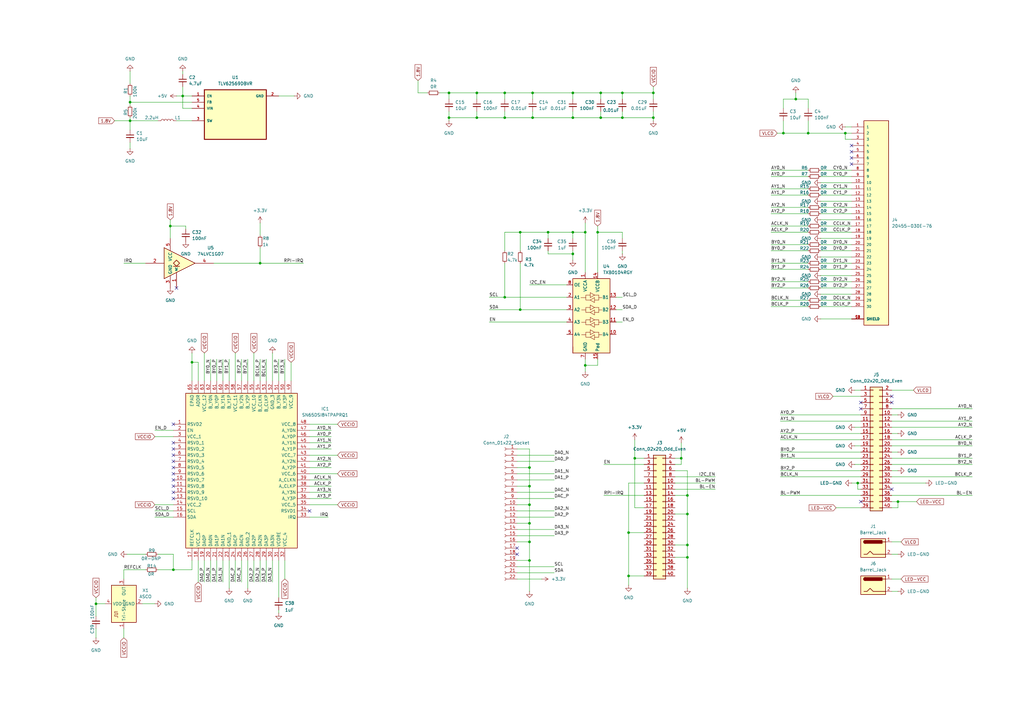
<source format=kicad_sch>
(kicad_sch (version 20231120) (generator "eeschema") (generator_version "8.0")
  (paper "A3")
  (lib_symbols
    (symbol "20455:20455-030E-76" (pin_names (offset 1.016))
      (property "Reference" "J" (at -5.08 41.402 0))
      (property "Value" "20455-030E-76" (at -5.08 -45.72 0))
      (symbol "20455-030E-76_0_0"
        (pin passive line (at -10.16 38.1 0) (length 5.08) (name "1") (number "1"))
        (pin passive line (at -10.16 15.24 0) (length 5.08) (name "10") (number "10"))
        (pin passive line (at -10.16 12.7 0) (length 5.08) (name "11") (number "11"))
        (pin passive line (at -10.16 10.16 0) (length 5.08) (name "12") (number "12"))
        (pin passive line (at -10.16 7.62 0) (length 5.08) (name "13") (number "13"))
        (pin passive line (at -10.16 5.08 0) (length 5.08) (name "14") (number "14"))
        (pin passive line (at -10.16 2.54 0) (length 5.08) (name "15") (number "15"))
        (pin passive line (at -10.16 0 0) (length 5.08) (name "16") (number "16"))
        (pin passive line (at -10.16 -2.54 0) (length 5.08) (name "17") (number "17"))
        (pin passive line (at -10.16 -5.08 0) (length 5.08) (name "18") (number "18"))
        (pin passive line (at -10.16 -7.62 0) (length 5.08) (name "19") (number "19"))
        (pin passive line (at -10.16 35.56 0) (length 5.08) (name "2") (number "2"))
        (pin passive line (at -10.16 -10.16 0) (length 5.08) (name "20") (number "20"))
        (pin passive line (at -10.16 -12.7 0) (length 5.08) (name "21") (number "21"))
        (pin passive line (at -10.16 -15.24 0) (length 5.08) (name "22") (number "22"))
        (pin passive line (at -10.16 -17.78 0) (length 5.08) (name "23") (number "23"))
        (pin passive line (at -10.16 -20.32 0) (length 5.08) (name "24") (number "24"))
        (pin passive line (at -10.16 -22.86 0) (length 5.08) (name "25") (number "25"))
        (pin passive line (at -10.16 -25.4 0) (length 5.08) (name "26") (number "26"))
        (pin passive line (at -10.16 -27.94 0) (length 5.08) (name "27") (number "27"))
        (pin passive line (at -10.16 -30.48 0) (length 5.08) (name "28") (number "28"))
        (pin passive line (at -10.16 -33.02 0) (length 5.08) (name "29") (number "29"))
        (pin passive line (at -10.16 33.02 0) (length 5.08) (name "3") (number "3"))
        (pin passive line (at -10.16 -35.56 0) (length 5.08) (name "30") (number "30"))
        (pin passive line (at -10.16 30.48 0) (length 5.08) (name "4") (number "4"))
        (pin passive line (at -10.16 27.94 0) (length 5.08) (name "5") (number "5"))
        (pin passive line (at -10.16 25.4 0) (length 5.08) (name "6") (number "6"))
        (pin passive line (at -10.16 22.86 0) (length 5.08) (name "7") (number "7"))
        (pin passive line (at -10.16 20.32 0) (length 5.08) (name "8") (number "8"))
        (pin passive line (at -10.16 17.78 0) (length 5.08) (name "9") (number "9"))
        (pin passive line (at -10.16 -40.64 0) (length 5.08) (name "SHIELD") (number "S1"))
        (pin passive line (at -10.16 -40.64 0) (length 5.08) (name "SHIELD") (number "S2"))
        (pin passive line (at -10.16 -40.64 0) (length 5.08) (name "SHIELD") (number "S3"))
        (pin passive line (at -10.16 -40.64 0) (length 5.08) (name "SHIELD") (number "S4"))
      )
    )
    (symbol "74xGxx:74LVC1G07"
      (property "Reference" "U" (at 0 7.62 0))
      (property "Value" "74LVC1G07" (at 3.81 -7.62 0))
      (symbol "74LVC1G07_1_1"
        (pin free line (at -2.54 -10.16 90) (length 6.35) (name "NC") (number "1"))
        (pin input line (at -15.24 0 0) (length 7.62) (name "~") (number "2"))
        (pin power_in line (at -5.08 -10.16 90) (length 5.08) (name "GND") (number "3"))
        (pin open_collector line (at 12.7 0 180) (length 7.62) (name "~") (number "4"))
        (pin power_in line (at -5.08 10.16 270) (length 5.08) (name "VCC") (number "5"))
      )
    )
    (symbol "Connector:Barrel_Jack" (pin_names (offset 1.016))
      (property "Reference" "J" (at 0 5.334 0))
      (property "Value" "Barrel_Jack" (at 0 -5.08 0))
      (symbol "Barrel_Jack_1_1"
        (pin passive line (at 7.62 2.54 180) (length 2.54) (name "~") (number "1"))
        (pin passive line (at 7.62 -2.54 180) (length 2.54) (name "~") (number "2"))
      )
    )
    (symbol "Connector:Conn_01x22_Socket" (pin_names (offset 1.016) hide)
      (property "Reference" "J" (at 0 27.94 0))
      (property "Value" "Conn_01x22_Socket" (at 0 -30.48 0))
      (symbol "Conn_01x22_Socket_1_1"
        (pin passive line (at -5.08 25.4 0) (length 3.81) (name "Pin_1") (number "1"))
        (pin passive line (at -5.08 2.54 0) (length 3.81) (name "Pin_10") (number "10"))
        (pin passive line (at -5.08 0 0) (length 3.81) (name "Pin_11") (number "11"))
        (pin passive line (at -5.08 -2.54 0) (length 3.81) (name "Pin_12") (number "12"))
        (pin passive line (at -5.08 -5.08 0) (length 3.81) (name "Pin_13") (number "13"))
        (pin passive line (at -5.08 -7.62 0) (length 3.81) (name "Pin_14") (number "14"))
        (pin passive line (at -5.08 -10.16 0) (length 3.81) (name "Pin_15") (number "15"))
        (pin passive line (at -5.08 -12.7 0) (length 3.81) (name "Pin_16") (number "16"))
        (pin passive line (at -5.08 -15.24 0) (length 3.81) (name "Pin_17") (number "17"))
        (pin passive line (at -5.08 -17.78 0) (length 3.81) (name "Pin_18") (number "18"))
        (pin passive line (at -5.08 -20.32 0) (length 3.81) (name "Pin_19") (number "19"))
        (pin passive line (at -5.08 22.86 0) (length 3.81) (name "Pin_2") (number "2"))
        (pin passive line (at -5.08 -22.86 0) (length 3.81) (name "Pin_20") (number "20"))
        (pin passive line (at -5.08 -25.4 0) (length 3.81) (name "Pin_21") (number "21"))
        (pin passive line (at -5.08 -27.94 0) (length 3.81) (name "Pin_22") (number "22"))
        (pin passive line (at -5.08 20.32 0) (length 3.81) (name "Pin_3") (number "3"))
        (pin passive line (at -5.08 17.78 0) (length 3.81) (name "Pin_4") (number "4"))
        (pin passive line (at -5.08 15.24 0) (length 3.81) (name "Pin_5") (number "5"))
        (pin passive line (at -5.08 12.7 0) (length 3.81) (name "Pin_6") (number "6"))
        (pin passive line (at -5.08 10.16 0) (length 3.81) (name "Pin_7") (number "7"))
        (pin passive line (at -5.08 7.62 0) (length 3.81) (name "Pin_8") (number "8"))
        (pin passive line (at -5.08 5.08 0) (length 3.81) (name "Pin_9") (number "9"))
      )
    )
    (symbol "Connector_Generic:Conn_02x20_Odd_Even" (pin_names (offset 1.016) hide)
      (property "Reference" "J" (at 1.27 25.4 0))
      (property "Value" "Conn_02x20_Odd_Even" (at 1.27 -27.94 0))
      (symbol "Conn_02x20_Odd_Even_1_1"
        (pin passive line (at -5.08 22.86 0) (length 3.81) (name "Pin_1") (number "1"))
        (pin passive line (at 7.62 12.7 180) (length 3.81) (name "Pin_10") (number "10"))
        (pin passive line (at -5.08 10.16 0) (length 3.81) (name "Pin_11") (number "11"))
        (pin passive line (at 7.62 10.16 180) (length 3.81) (name "Pin_12") (number "12"))
        (pin passive line (at -5.08 7.62 0) (length 3.81) (name "Pin_13") (number "13"))
        (pin passive line (at 7.62 7.62 180) (length 3.81) (name "Pin_14") (number "14"))
        (pin passive line (at -5.08 5.08 0) (length 3.81) (name "Pin_15") (number "15"))
        (pin passive line (at 7.62 5.08 180) (length 3.81) (name "Pin_16") (number "16"))
        (pin passive line (at -5.08 2.54 0) (length 3.81) (name "Pin_17") (number "17"))
        (pin passive line (at 7.62 2.54 180) (length 3.81) (name "Pin_18") (number "18"))
        (pin passive line (at -5.08 0 0) (length 3.81) (name "Pin_19") (number "19"))
        (pin passive line (at 7.62 22.86 180) (length 3.81) (name "Pin_2") (number "2"))
        (pin passive line (at 7.62 0 180) (length 3.81) (name "Pin_20") (number "20"))
        (pin passive line (at -5.08 -2.54 0) (length 3.81) (name "Pin_21") (number "21"))
        (pin passive line (at 7.62 -2.54 180) (length 3.81) (name "Pin_22") (number "22"))
        (pin passive line (at -5.08 -5.08 0) (length 3.81) (name "Pin_23") (number "23"))
        (pin passive line (at 7.62 -5.08 180) (length 3.81) (name "Pin_24") (number "24"))
        (pin passive line (at -5.08 -7.62 0) (length 3.81) (name "Pin_25") (number "25"))
        (pin passive line (at 7.62 -7.62 180) (length 3.81) (name "Pin_26") (number "26"))
        (pin passive line (at -5.08 -10.16 0) (length 3.81) (name "Pin_27") (number "27"))
        (pin passive line (at 7.62 -10.16 180) (length 3.81) (name "Pin_28") (number "28"))
        (pin passive line (at -5.08 -12.7 0) (length 3.81) (name "Pin_29") (number "29"))
        (pin passive line (at -5.08 20.32 0) (length 3.81) (name "Pin_3") (number "3"))
        (pin passive line (at 7.62 -12.7 180) (length 3.81) (name "Pin_30") (number "30"))
        (pin passive line (at -5.08 -15.24 0) (length 3.81) (name "Pin_31") (number "31"))
        (pin passive line (at 7.62 -15.24 180) (length 3.81) (name "Pin_32") (number "32"))
        (pin passive line (at -5.08 -17.78 0) (length 3.81) (name "Pin_33") (number "33"))
        (pin passive line (at 7.62 -17.78 180) (length 3.81) (name "Pin_34") (number "34"))
        (pin passive line (at -5.08 -20.32 0) (length 3.81) (name "Pin_35") (number "35"))
        (pin passive line (at 7.62 -20.32 180) (length 3.81) (name "Pin_36") (number "36"))
        (pin passive line (at -5.08 -22.86 0) (length 3.81) (name "Pin_37") (number "37"))
        (pin passive line (at 7.62 -22.86 180) (length 3.81) (name "Pin_38") (number "38"))
        (pin passive line (at -5.08 -25.4 0) (length 3.81) (name "Pin_39") (number "39"))
        (pin passive line (at 7.62 20.32 180) (length 3.81) (name "Pin_4") (number "4"))
        (pin passive line (at 7.62 -25.4 180) (length 3.81) (name "Pin_40") (number "40"))
        (pin passive line (at -5.08 17.78 0) (length 3.81) (name "Pin_5") (number "5"))
        (pin passive line (at 7.62 17.78 180) (length 3.81) (name "Pin_6") (number "6"))
        (pin passive line (at -5.08 15.24 0) (length 3.81) (name "Pin_7") (number "7"))
        (pin passive line (at 7.62 15.24 180) (length 3.81) (name "Pin_8") (number "8"))
        (pin passive line (at -5.08 12.7 0) (length 3.81) (name "Pin_9") (number "9"))
      )
    )
    (symbol "Device:C_Small" (pin_numbers hide) (pin_names (offset 0.254) hide)
      (property "Reference" "C" (at 0.254 1.778 0))
      (property "Value" "C_Small" (at 0.254 -2.032 0))
      (symbol "C_Small_1_1"
        (pin passive line (at 0 2.54 270) (length 2.032) (name "~") (number "1"))
        (pin passive line (at 0 -2.54 90) (length 2.032) (name "~") (number "2"))
      )
    )
    (symbol "Device:L" (pin_numbers hide) (pin_names (offset 1.016) hide)
      (property "Reference" "L" (at -1.27 0 90))
      (property "Value" "L" (at 1.905 0 90))
      (symbol "L_1_1"
        (pin passive line (at 0 3.81 270) (length 1.27) (name "1") (number "1"))
        (pin passive line (at 0 -3.81 90) (length 1.27) (name "2") (number "2"))
      )
    )
    (symbol "Device:R_Small" (pin_numbers hide) (pin_names (offset 0.254) hide)
      (property "Reference" "R" (at 0.762 0.508 0))
      (property "Value" "R_Small" (at 0.762 -1.016 0))
      (symbol "R_Small_1_1"
        (pin passive line (at 0 2.54 270) (length 0.762) (name "~") (number "1"))
        (pin passive line (at 0 -2.54 90) (length 0.762) (name "~") (number "2"))
      )
    )
    (symbol "Logic_LevelTranslator:TXB0104RGY"
      (property "Reference" "U" (at -6.35 16.51 0))
      (property "Value" "TXB0104RGY" (at 3.81 16.51 0))
      (symbol "TXB0104RGY_1_1"
        (pin power_in line (at -2.54 17.78 270) (length 2.54) (name "VCCA") (number "1"))
        (pin bidirectional line (at 10.16 -7.62 180) (length 2.54) (name "B4") (number "10"))
        (pin bidirectional line (at 10.16 -2.54 180) (length 2.54) (name "B3") (number "11"))
        (pin bidirectional line (at 10.16 2.54 180) (length 2.54) (name "B2") (number "12"))
        (pin bidirectional line (at 10.16 7.62 180) (length 2.54) (name "B1") (number "13"))
        (pin power_in line (at 2.54 17.78 270) (length 2.54) (name "VCCB") (number "14"))
        (pin input line (at 2.54 -17.78 90) (length 2.54) (name "Pad") (number "15"))
        (pin bidirectional line (at -10.16 7.62 0) (length 2.54) (name "A1") (number "2"))
        (pin bidirectional line (at -10.16 2.54 0) (length 2.54) (name "A2") (number "3"))
        (pin bidirectional line (at -10.16 -2.54 0) (length 2.54) (name "A3") (number "4"))
        (pin bidirectional line (at -10.16 -7.62 0) (length 2.54) (name "A4") (number "5"))
        (pin no_connect line (at -7.62 -12.7 0) (length 2.54) hide (name "NC") (number "6"))
        (pin power_in line (at -2.54 -17.78 90) (length 2.54) (name "GND") (number "7"))
        (pin input line (at -10.16 12.7 0) (length 2.54) (name "OE") (number "8"))
        (pin no_connect line (at 7.62 -12.7 180) (length 2.54) hide (name "NC") (number "9"))
      )
    )
    (symbol "Oscillator:ASCO"
      (property "Reference" "X" (at -7.62 6.35 0))
      (property "Value" "ASCO" (at 1.27 -6.35 0))
      (symbol "ASCO_1_1"
        (pin input line (at -10.16 0 0) (length 2.54) (name "Tri-State") (number "1"))
        (pin power_in line (at 0 -7.62 90) (length 2.54) (name "GND") (number "2"))
        (pin output line (at 10.16 0 180) (length 2.54) (name "OUT") (number "3"))
        (pin power_in line (at 0 7.62 270) (length 2.54) (name "VDD") (number "4"))
      )
    )
    (symbol "SN65D:SN65DSI84TPAPRQ1"
      (property "Reference" "IC" (at 52.07 17.78 0))
      (property "Value" "SN65DSI84TPAPRQ1" (at 52.07 15.24 0))
      (symbol "SN65DSI84TPAPRQ1_1_1"
        (pin passive line (at 0 0 0) (length 5.08) (name "RSVD2") (number "1"))
        (pin passive line (at 0 -22.86 0) (length 5.08) (name "RSVD_7") (number "10"))
        (pin passive line (at 0 -25.4 0) (length 5.08) (name "RSVD_8") (number "11"))
        (pin passive line (at 0 -27.94 0) (length 5.08) (name "RSVD_9") (number "12"))
        (pin passive line (at 0 -30.48 0) (length 5.08) (name "RSVD_10") (number "13"))
        (pin passive line (at 0 -33.02 0) (length 5.08) (name "VCC_2") (number "14"))
        (pin passive line (at 0 -35.56 0) (length 5.08) (name "SCL") (number "15"))
        (pin passive line (at 0 -38.1 0) (length 5.08) (name "SDA") (number "16"))
        (pin passive line (at 7.62 -55.88 90) (length 5.08) (name "REFCLK") (number "17"))
        (pin passive line (at 10.16 -55.88 90) (length 5.08) (name "VCC_3") (number "18"))
        (pin passive line (at 12.7 -55.88 90) (length 5.08) (name "DA0P") (number "19"))
        (pin passive line (at 0 -2.54 0) (length 5.08) (name "EN") (number "2"))
        (pin passive line (at 15.24 -55.88 90) (length 5.08) (name "DA0N") (number "20"))
        (pin passive line (at 17.78 -55.88 90) (length 5.08) (name "DA1P") (number "21"))
        (pin passive line (at 20.32 -55.88 90) (length 5.08) (name "DA1N") (number "22"))
        (pin passive line (at 22.86 -55.88 90) (length 5.08) (name "GND_1") (number "23"))
        (pin passive line (at 25.4 -55.88 90) (length 5.08) (name "DACP") (number "24"))
        (pin passive line (at 27.94 -55.88 90) (length 5.08) (name "DACN") (number "25"))
        (pin passive line (at 30.48 -55.88 90) (length 5.08) (name "GND_2") (number "26"))
        (pin passive line (at 33.02 -55.88 90) (length 5.08) (name "DA2P") (number "27"))
        (pin passive line (at 35.56 -55.88 90) (length 5.08) (name "DA2N") (number "28"))
        (pin passive line (at 38.1 -55.88 90) (length 5.08) (name "DA3P") (number "29"))
        (pin passive line (at 0 -5.08 0) (length 5.08) (name "VCC_1") (number "3"))
        (pin passive line (at 40.64 -55.88 90) (length 5.08) (name "DA3N") (number "30"))
        (pin passive line (at 43.18 -55.88 90) (length 5.08) (name "VCORE") (number "31"))
        (pin passive line (at 45.72 -55.88 90) (length 5.08) (name "VCC_4") (number "32"))
        (pin passive line (at 55.88 -38.1 180) (length 5.08) (name "IRQ") (number "33"))
        (pin passive line (at 55.88 -35.56 180) (length 5.08) (name "RSVD1") (number "34"))
        (pin passive line (at 55.88 -33.02 180) (length 5.08) (name "VCC_5") (number "35"))
        (pin passive line (at 55.88 -30.48 180) (length 5.08) (name "A_Y3P") (number "36"))
        (pin passive line (at 55.88 -27.94 180) (length 5.08) (name "A_Y3N") (number "37"))
        (pin passive line (at 55.88 -25.4 180) (length 5.08) (name "A_CLKP") (number "38"))
        (pin passive line (at 55.88 -22.86 180) (length 5.08) (name "A_CLKN") (number "39"))
        (pin passive line (at 0 -7.62 0) (length 5.08) (name "RSVD_1") (number "4"))
        (pin passive line (at 55.88 -20.32 180) (length 5.08) (name "VCC_6") (number "40"))
        (pin passive line (at 55.88 -17.78 180) (length 5.08) (name "A_Y2P") (number "41"))
        (pin passive line (at 55.88 -15.24 180) (length 5.08) (name "A_Y2N") (number "42"))
        (pin passive line (at 55.88 -12.7 180) (length 5.08) (name "VCC_7") (number "43"))
        (pin passive line (at 55.88 -10.16 180) (length 5.08) (name "A_Y1P") (number "44"))
        (pin passive line (at 55.88 -7.62 180) (length 5.08) (name "A_Y1N") (number "45"))
        (pin passive line (at 55.88 -5.08 180) (length 5.08) (name "A_Y0P") (number "46"))
        (pin passive line (at 55.88 -2.54 180) (length 5.08) (name "A_Y0N") (number "47"))
        (pin passive line (at 55.88 0 180) (length 5.08) (name "VCC_8") (number "48"))
        (pin passive line (at 48.26 17.78 270) (length 5.08) (name "VCC_9") (number "49"))
        (pin passive line (at 0 -10.16 0) (length 5.08) (name "RSVD_2") (number "5"))
        (pin passive line (at 45.72 17.78 270) (length 5.08) (name "B_Y3P") (number "50"))
        (pin passive line (at 43.18 17.78 270) (length 5.08) (name "B_Y3N") (number "51"))
        (pin passive line (at 40.64 17.78 270) (length 5.08) (name "GND_3") (number "52"))
        (pin passive line (at 38.1 17.78 270) (length 5.08) (name "B_CLKP") (number "53"))
        (pin passive line (at 35.56 17.78 270) (length 5.08) (name "B_CLKN") (number "54"))
        (pin passive line (at 33.02 17.78 270) (length 5.08) (name "VCC_10") (number "55"))
        (pin passive line (at 30.48 17.78 270) (length 5.08) (name "B_Y2P") (number "56"))
        (pin passive line (at 27.94 17.78 270) (length 5.08) (name "B_Y2N") (number "57"))
        (pin passive line (at 25.4 17.78 270) (length 5.08) (name "VCC_11") (number "58"))
        (pin passive line (at 22.86 17.78 270) (length 5.08) (name "B_Y1P") (number "59"))
        (pin passive line (at 0 -12.7 0) (length 5.08) (name "RSVD_3") (number "6"))
        (pin passive line (at 20.32 17.78 270) (length 5.08) (name "B_Y1N") (number "60"))
        (pin passive line (at 17.78 17.78 270) (length 5.08) (name "B_Y0P") (number "61"))
        (pin passive line (at 15.24 17.78 270) (length 5.08) (name "B_Y0N") (number "62"))
        (pin passive line (at 12.7 17.78 270) (length 5.08) (name "VCC_12") (number "63"))
        (pin passive line (at 10.16 17.78 270) (length 5.08) (name "ADDR") (number "64"))
        (pin passive line (at 7.62 17.78 270) (length 5.08) (name "EPAD") (number "65"))
        (pin passive line (at 0 -15.24 0) (length 5.08) (name "RSVD_4") (number "7"))
        (pin passive line (at 0 -17.78 0) (length 5.08) (name "RSVD_5") (number "8"))
        (pin passive line (at 0 -20.32 0) (length 5.08) (name "RSVD_6") (number "9"))
      )
    )
    (symbol "TLV62:TLV62569DBVR" (pin_names (offset 1.016))
      (property "Reference" "U" (at -12.7 11.16 0))
      (property "Value" "TLV62569DBVR" (at -12.7 -14.16 0))
      (symbol "TLV62569DBVR_0_0"
        (pin input line (at -17.78 7.62 0) (length 5.08) (name "EN") (number "1"))
        (pin power_in line (at 17.78 7.62 180) (length 5.08) (name "GND") (number "2"))
        (pin bidirectional line (at -17.78 -2.54 0) (length 5.08) (name "SW") (number "3"))
        (pin input line (at -17.78 2.54 0) (length 5.08) (name "VIN") (number "4"))
        (pin input line (at -17.78 5.08 0) (length 5.08) (name "FB") (number "5"))
      )
    )
    (symbol "power:+3.3V" (power) (pin_numbers hide) (pin_names (offset 0) hide)
      (property "Value" "+3.3V" (at 0 3.556 0))
      (symbol "+3.3V_1_1"
        (pin power_in line (at 0 0 90) (length 0) (name "~") (number "1"))
      )
    )
    (symbol "power:+5V" (power) (pin_numbers hide) (pin_names (offset 0) hide)
      (property "Value" "+5V" (at 0 3.556 0))
      (symbol "+5V_1_1"
        (pin power_in line (at 0 0 90) (length 0) (name "~") (number "1"))
      )
    )
    (symbol "power:GND" (power) (pin_numbers hide) (pin_names (offset 0) hide)
      (property "Value" "GND" (at 0 -3.81 0))
      (symbol "GND_1_1"
        (pin power_in line (at 0 0 270) (length 0) (name "~") (number "1"))
      )
    )
  )
  (junction (at 218.44 38.1))
  (junction (at 260.35 187.96))
  (junction (at 207.01 121.92))
  (junction (at 78.74 148.59))
  (junction (at 246.38 38.1))
  (junction (at 218.44 48.26))
  (junction (at 184.15 38.1))
  (junction (at 71.12 233.68))
  (junction (at 351.79 198.12))
  (junction (at 255.27 38.1))
  (junction (at 195.58 48.26))
  (junction (at 245.11 95.25))
  (junction (at 207.01 38.1))
  (junction (at 321.31 54.61))
  (junction (at 217.17 229.87))
  (junction (at 281.94 203.2))
  (junction (at 69.85 92.71))
  (junction (at 224.79 95.25))
  (junction (at 240.03 95.25))
  (junction (at 281.94 210.82))
  (junction (at 217.17 199.39))
  (junction (at 267.97 48.26))
  (junction (at 255.27 48.26))
  (junction (at 195.58 38.1))
  (junction (at 234.95 38.1))
  (junction (at 234.95 104.14))
  (junction (at 217.17 207.01))
  (junction (at 207.01 48.26))
  (junction (at 257.81 218.44))
  (junction (at 281.94 228.6))
  (junction (at 326.39 40.64))
  (junction (at 213.36 127))
  (junction (at 257.81 236.22))
  (junction (at 346.71 54.61))
  (junction (at 234.95 95.25))
  (junction (at 234.95 48.26))
  (junction (at 53.34 41.91))
  (junction (at 217.17 191.77))
  (junction (at 106.68 107.95))
  (junction (at 279.4 187.96))
  (junction (at 331.47 54.61))
  (junction (at 74.93 39.37))
  (junction (at 246.38 48.26))
  (junction (at 217.17 214.63))
  (junction (at 267.97 38.1))
  (junction (at 39.37 247.65))
  (junction (at 53.34 49.53))
  (junction (at 240.03 149.86))
  (junction (at 368.3 205.74))
  (junction (at 217.17 222.25))
  (junction (at 281.94 223.52))
  (junction (at 184.15 48.26))
  (junction (at 213.36 95.25))
  (no_connect (at 353.06 167.64))
  (no_connect (at 71.12 201.93))
  (no_connect (at 71.12 173.99))
  (no_connect (at 71.12 199.39))
  (no_connect (at 349.25 59.69))
  (no_connect (at 212.09 224.79))
  (no_connect (at 353.06 205.74))
  (no_connect (at 349.25 62.23))
  (no_connect (at 365.76 165.1))
  (no_connect (at 349.25 64.77))
  (no_connect (at 353.06 165.1))
  (no_connect (at 349.25 67.31))
  (no_connect (at 71.12 184.15))
  (no_connect (at 72.39 118.11))
  (no_connect (at 71.12 194.31))
  (no_connect (at 71.12 196.85))
  (no_connect (at 71.12 204.47))
  (no_connect (at 212.09 227.33))
  (no_connect (at 71.12 181.61))
  (no_connect (at 71.12 191.77))
  (no_connect (at 127 209.55))
  (no_connect (at 365.76 162.56))
  (no_connect (at 71.12 189.23))
  (no_connect (at 365.76 200.66))
  (no_connect (at 71.12 186.69))
  (wire (pts (xy 212.09 191.77) (xy 217.17 191.77)))
  (wire (pts (xy 114.3 39.37) (xy 120.65 39.37)))
  (wire (pts (xy 53.34 53.34) (xy 53.34 49.53)))
  (wire (pts (xy 264.16 208.28) (xy 260.35 208.28)))
  (wire (pts (xy 184.15 48.26) (xy 184.15 49.53)))
  (wire (pts (xy 212.09 207.01) (xy 217.17 207.01)))
  (wire (pts (xy 138.43 194.31) (xy 127 194.31)))
  (wire (pts (xy 87.63 107.95) (xy 106.68 107.95)))
  (wire (pts (xy 218.44 45.72) (xy 218.44 48.26)))
  (wire (pts (xy 53.34 58.42) (xy 53.34 60.96)))
  (wire (pts (xy 316.23 125.73) (xy 331.47 125.73)))
  (wire (pts (xy 78.74 233.68) (xy 78.74 229.87)))
  (wire (pts (xy 217.17 222.25) (xy 217.17 229.87)))
  (wire (pts (xy 336.55 107.95) (xy 349.25 107.95)))
  (wire (pts (xy 63.5 209.55) (xy 71.12 209.55)))
  (wire (pts (xy 252.73 127) (xy 255.27 127)))
  (wire (pts (xy 260.35 180.34) (xy 260.35 187.96)))
  (wire (pts (xy 336.55 69.85) (xy 349.25 69.85)))
  (wire (pts (xy 234.95 95.25) (xy 224.79 95.25)))
  (wire (pts (xy 50.8 107.95) (xy 59.69 107.95)))
  (wire (pts (xy 349.25 198.12) (xy 351.79 198.12)))
  (wire (pts (xy 91.44 147.32) (xy 91.44 156.21)))
  (wire (pts (xy 346.71 52.07) (xy 349.25 52.07)))
  (wire (pts (xy 321.31 40.64) (xy 321.31 44.45)))
  (wire (pts (xy 212.09 214.63) (xy 217.17 214.63)))
  (wire (pts (xy 255.27 38.1) (xy 267.97 38.1)))
  (wire (pts (xy 336.55 125.73) (xy 349.25 125.73)))
  (wire (pts (xy 316.23 107.95) (xy 331.47 107.95)))
  (wire (pts (xy 369.57 237.49) (xy 365.76 237.49)))
  (wire (pts (xy 207.01 107.95) (xy 207.01 121.92)))
  (wire (pts (xy 321.31 54.61) (xy 331.47 54.61)))
  (wire (pts (xy 106.68 107.95) (xy 124.46 107.95)))
  (wire (pts (xy 212.09 219.71) (xy 227.33 219.71)))
  (wire (pts (xy 213.36 95.25) (xy 207.01 95.25)))
  (wire (pts (xy 81.28 238.76) (xy 81.28 229.87)))
  (wire (pts (xy 212.09 184.15) (xy 217.17 184.15)))
  (wire (pts (xy 138.43 173.99) (xy 127 173.99)))
  (wire (pts (xy 234.95 38.1) (xy 234.95 40.64)))
  (wire (pts (xy 257.81 236.22) (xy 264.16 236.22)))
  (wire (pts (xy 135.89 189.23) (xy 127 189.23)))
  (wire (pts (xy 234.95 102.87) (xy 234.95 104.14)))
  (wire (pts (xy 114.3 229.87) (xy 114.3 245.11)))
  (wire (pts (xy 53.34 29.21) (xy 53.34 34.29)))
  (wire (pts (xy 88.9 147.32) (xy 88.9 156.21)))
  (wire (pts (xy 260.35 187.96) (xy 264.16 187.96)))
  (wire (pts (xy 316.23 118.11) (xy 331.47 118.11)))
  (wire (pts (xy 171.45 38.1) (xy 175.26 38.1)))
  (wire (pts (xy 171.45 33.02) (xy 171.45 38.1)))
  (wire (pts (xy 184.15 48.26) (xy 195.58 48.26)))
  (wire (pts (xy 207.01 45.72) (xy 207.01 48.26)))
  (wire (pts (xy 247.65 190.5) (xy 264.16 190.5)))
  (wire (pts (xy 316.23 95.25) (xy 331.47 95.25)))
  (wire (pts (xy 217.17 184.15) (xy 217.17 191.77)))
  (wire (pts (xy 218.44 38.1) (xy 234.95 38.1)))
  (wire (pts (xy 200.66 121.92) (xy 207.01 121.92)))
  (wire (pts (xy 195.58 38.1) (xy 195.58 40.64)))
  (wire (pts (xy 245.11 95.25) (xy 255.27 95.25)))
  (wire (pts (xy 111.76 238.76) (xy 111.76 229.87)))
  (wire (pts (xy 257.81 236.22) (xy 257.81 240.03)))
  (wire (pts (xy 71.12 227.33) (xy 71.12 233.68)))
  (wire (pts (xy 336.55 80.01) (xy 349.25 80.01)))
  (wire (pts (xy 99.06 147.32) (xy 99.06 156.21)))
  (wire (pts (xy 257.81 218.44) (xy 264.16 218.44)))
  (wire (pts (xy 135.89 191.77) (xy 127 191.77)))
  (wire (pts (xy 64.77 227.33) (xy 71.12 227.33)))
  (wire (pts (xy 227.33 232.41) (xy 212.09 232.41)))
  (wire (pts (xy 316.23 85.09) (xy 331.47 85.09)))
  (wire (pts (xy 212.09 194.31) (xy 227.33 194.31)))
  (wire (pts (xy 104.14 144.78) (xy 104.14 156.21)))
  (wire (pts (xy 138.43 207.01) (xy 127 207.01)))
  (wire (pts (xy 76.2 93.98) (xy 76.2 92.71)))
  (wire (pts (xy 336.55 100.33) (xy 349.25 100.33)))
  (wire (pts (xy 195.58 45.72) (xy 195.58 48.26)))
  (wire (pts (xy 83.82 238.76) (xy 83.82 229.87)))
  (wire (pts (xy 246.38 48.26) (xy 234.95 48.26)))
  (wire (pts (xy 218.44 48.26) (xy 207.01 48.26)))
  (wire (pts (xy 53.34 41.91) (xy 53.34 43.18)))
  (wire (pts (xy 39.37 257.81) (xy 39.37 261.62)))
  (wire (pts (xy 104.14 238.76) (xy 104.14 229.87)))
  (wire (pts (xy 320.04 177.8) (xy 353.06 177.8)))
  (wire (pts (xy 234.95 38.1) (xy 246.38 38.1)))
  (wire (pts (xy 217.17 191.77) (xy 217.17 199.39)))
  (wire (pts (xy 109.22 147.32) (xy 109.22 156.21)))
  (wire (pts (xy 353.06 200.66) (xy 351.79 200.66)))
  (wire (pts (xy 93.98 241.3) (xy 93.98 229.87)))
  (wire (pts (xy 246.38 38.1) (xy 255.27 38.1)))
  (wire (pts (xy 135.89 179.07) (xy 127 179.07)))
  (wire (pts (xy 39.37 245.11) (xy 39.37 247.65)))
  (wire (pts (xy 336.55 120.65) (xy 349.25 120.65)))
  (wire (pts (xy 276.86 195.58) (xy 293.37 195.58)))
  (wire (pts (xy 106.68 101.6) (xy 106.68 107.95)))
  (wire (pts (xy 217.17 229.87) (xy 217.17 242.57)))
  (wire (pts (xy 398.78 203.2) (xy 365.76 203.2)))
  (wire (pts (xy 184.15 38.1) (xy 184.15 40.64)))
  (wire (pts (xy 111.76 144.78) (xy 111.76 156.21)))
  (wire (pts (xy 207.01 48.26) (xy 195.58 48.26)))
  (wire (pts (xy 78.74 41.91) (xy 53.34 41.91)))
  (wire (pts (xy 336.55 74.93) (xy 349.25 74.93)))
  (wire (pts (xy 276.86 228.6) (xy 281.94 228.6)))
  (wire (pts (xy 336.55 102.87) (xy 349.25 102.87)))
  (wire (pts (xy 316.23 123.19) (xy 331.47 123.19)))
  (wire (pts (xy 336.55 85.09) (xy 349.25 85.09)))
  (wire (pts (xy 217.17 207.01) (xy 217.17 214.63)))
  (wire (pts (xy 326.39 38.1) (xy 326.39 40.64)))
  (wire (pts (xy 257.81 198.12) (xy 257.81 218.44)))
  (wire (pts (xy 247.65 203.2) (xy 264.16 203.2)))
  (wire (pts (xy 180.34 38.1) (xy 184.15 38.1)))
  (wire (pts (xy 336.55 72.39) (xy 349.25 72.39)))
  (wire (pts (xy 320.04 193.04) (xy 353.06 193.04)))
  (wire (pts (xy 276.86 203.2) (xy 281.94 203.2)))
  (wire (pts (xy 212.09 199.39) (xy 217.17 199.39)))
  (wire (pts (xy 200.66 127) (xy 213.36 127)))
  (wire (pts (xy 212.09 201.93) (xy 227.33 201.93)))
  (wire (pts (xy 365.76 175.26) (xy 398.78 175.26)))
  (wire (pts (xy 365.76 187.96) (xy 398.78 187.96)))
  (wire (pts (xy 336.55 115.57) (xy 349.25 115.57)))
  (wire (pts (xy 217.17 214.63) (xy 217.17 222.25)))
  (wire (pts (xy 365.76 180.34) (xy 398.78 180.34)))
  (wire (pts (xy 245.11 95.25) (xy 245.11 111.76)))
  (wire (pts (xy 50.8 233.68) (xy 59.69 233.68)))
  (wire (pts (xy 213.36 95.25) (xy 213.36 102.87)))
  (wire (pts (xy 350.52 175.26) (xy 353.06 175.26)))
  (wire (pts (xy 91.44 238.76) (xy 91.44 229.87)))
  (wire (pts (xy 276.86 210.82) (xy 281.94 210.82)))
  (wire (pts (xy 106.68 91.44) (xy 106.68 96.52)))
  (wire (pts (xy 227.33 234.95) (xy 212.09 234.95)))
  (wire (pts (xy 331.47 49.53) (xy 331.47 54.61)))
  (wire (pts (xy 368.3 185.42) (xy 365.76 185.42)))
  (wire (pts (xy 368.3 242.57) (xy 365.76 242.57)))
  (wire (pts (xy 293.37 198.12) (xy 276.86 198.12)))
  (wire (pts (xy 281.94 210.82) (xy 281.94 223.52)))
  (wire (pts (xy 279.4 181.61) (xy 279.4 187.96)))
  (wire (pts (xy 267.97 38.1) (xy 267.97 40.64)))
  (wire (pts (xy 101.6 241.3) (xy 101.6 229.87)))
  (wire (pts (xy 212.09 217.17) (xy 227.33 217.17)))
  (wire (pts (xy 50.8 237.49) (xy 50.8 233.68)))
  (wire (pts (xy 336.55 110.49) (xy 349.25 110.49)))
  (wire (pts (xy 320.04 203.2) (xy 353.06 203.2)))
  (wire (pts (xy 336.55 77.47) (xy 349.25 77.47)))
  (wire (pts (xy 96.52 144.78) (xy 96.52 156.21)))
  (wire (pts (xy 74.93 29.21) (xy 74.93 30.48)))
  (wire (pts (xy 212.09 229.87) (xy 217.17 229.87)))
  (wire (pts (xy 368.3 205.74) (xy 365.76 205.74)))
  (wire (pts (xy 375.92 205.74) (xy 368.3 205.74)))
  (wire (pts (xy 200.66 132.08) (xy 232.41 132.08)))
  (wire (pts (xy 279.4 190.5) (xy 279.4 187.96)))
  (wire (pts (xy 255.27 45.72) (xy 255.27 48.26)))
  (wire (pts (xy 106.68 147.32) (xy 106.68 156.21)))
  (wire (pts (xy 379.73 198.12) (xy 365.76 198.12)))
  (wire (pts (xy 217.17 116.84) (xy 232.41 116.84)))
  (wire (pts (xy 316.23 92.71) (xy 331.47 92.71)))
  (wire (pts (xy 351.79 198.12) (xy 353.06 198.12)))
  (wire (pts (xy 88.9 238.76) (xy 88.9 229.87)))
  (wire (pts (xy 72.39 49.53) (xy 78.74 49.53)))
  (wire (pts (xy 246.38 38.1) (xy 246.38 40.64)))
  (wire (pts (xy 369.57 222.25) (xy 365.76 222.25)))
  (wire (pts (xy 346.71 57.15) (xy 346.71 54.61)))
  (wire (pts (xy 119.38 148.59) (xy 119.38 156.21)))
  (wire (pts (xy 336.55 90.17) (xy 349.25 90.17)))
  (wire (pts (xy 336.55 97.79) (xy 349.25 97.79)))
  (wire (pts (xy 240.03 149.86) (xy 240.03 152.4)))
  (wire (pts (xy 207.01 95.25) (xy 207.01 102.87)))
  (wire (pts (xy 63.5 179.07) (xy 71.12 179.07)))
  (wire (pts (xy 316.23 100.33) (xy 331.47 100.33)))
  (wire (pts (xy 114.3 250.19) (xy 114.3 251.46)))
  (wire (pts (xy 78.74 148.59) (xy 78.74 156.21)))
  (wire (pts (xy 116.84 237.49) (xy 116.84 229.87)))
  (wire (pts (xy 368.3 227.33) (xy 365.76 227.33)))
  (wire (pts (xy 281.94 203.2) (xy 281.94 210.82)))
  (wire (pts (xy 213.36 107.95) (xy 213.36 127)))
  (wire (pts (xy 63.5 212.09) (xy 71.12 212.09)))
  (wire (pts (xy 64.77 233.68) (xy 71.12 233.68)))
  (wire (pts (xy 276.86 190.5) (xy 279.4 190.5)))
  (wire (pts (xy 106.68 238.76) (xy 106.68 229.87)))
  (wire (pts (xy 368.3 208.28) (xy 368.3 205.74)))
  (wire (pts (xy 320.04 180.34) (xy 353.06 180.34)))
  (wire (pts (xy 246.38 45.72) (xy 246.38 48.26)))
  (wire (pts (xy 365.76 190.5) (xy 398.78 190.5)))
  (wire (pts (xy 212.09 209.55) (xy 227.33 209.55)))
  (wire (pts (xy 252.73 121.92) (xy 255.27 121.92)))
  (wire (pts (xy 341.63 162.56) (xy 353.06 162.56)))
  (wire (pts (xy 365.76 208.28) (xy 368.3 208.28)))
  (wire (pts (xy 365.76 167.64) (xy 398.78 167.64)))
  (wire (pts (xy 234.95 95.25) (xy 240.03 95.25)))
  (wire (pts (xy 255.27 95.25) (xy 255.27 97.79)))
  (wire (pts (xy 52.07 227.33) (xy 59.69 227.33)))
  (wire (pts (xy 336.55 92.71) (xy 349.25 92.71)))
  (wire (pts (xy 224.79 95.25) (xy 213.36 95.25)))
  (wire (pts (xy 316.23 115.57) (xy 331.47 115.57)))
  (wire (pts (xy 39.37 252.73) (xy 39.37 247.65)))
  (wire (pts (xy 240.03 91.44) (xy 240.03 95.25)))
  (wire (pts (xy 336.55 95.25) (xy 349.25 95.25)))
  (wire (pts (xy 69.85 92.71) (xy 69.85 97.79)))
  (wire (pts (xy 255.27 38.1) (xy 255.27 40.64)))
  (wire (pts (xy 135.89 204.47) (xy 127 204.47)))
  (wire (pts (xy 234.95 95.25) (xy 234.95 97.79)))
  (wire (pts (xy 53.34 49.53) (xy 64.77 49.53)))
  (wire (pts (xy 135.89 201.93) (xy 127 201.93)))
  (wire (pts (xy 135.89 184.15) (xy 127 184.15)))
  (wire (pts (xy 234.95 104.14) (xy 234.95 106.68)))
  (wire (pts (xy 316.23 102.87) (xy 331.47 102.87)))
  (wire (pts (xy 246.38 48.26) (xy 255.27 48.26)))
  (wire (pts (xy 207.01 121.92) (xy 232.41 121.92)))
  (wire (pts (xy 316.23 77.47) (xy 331.47 77.47)))
  (wire (pts (xy 212.09 204.47) (xy 227.33 204.47)))
  (wire (pts (xy 195.58 38.1) (xy 207.01 38.1)))
  (wire (pts (xy 336.55 130.81) (xy 349.25 130.81)))
  (wire (pts (xy 184.15 38.1) (xy 195.58 38.1)))
  (wire (pts (xy 240.03 95.25) (xy 240.03 111.76)))
  (wire (pts (xy 71.12 233.68) (xy 78.74 233.68)))
  (wire (pts (xy 46.99 49.53) (xy 53.34 49.53)))
  (wire (pts (xy 78.74 44.45) (xy 74.93 44.45)))
  (wire (pts (xy 316.23 110.49) (xy 331.47 110.49)))
  (wire (pts (xy 53.34 39.37) (xy 53.34 41.91)))
  (wire (pts (xy 58.42 247.65) (xy 63.5 247.65)))
  (wire (pts (xy 135.89 176.53) (xy 127 176.53)))
  (wire (pts (xy 350.52 182.88) (xy 353.06 182.88)))
  (wire (pts (xy 78.74 144.78) (xy 78.74 148.59)))
  (wire (pts (xy 368.3 177.8) (xy 365.76 177.8)))
  (wire (pts (xy 321.31 49.53) (xy 321.31 54.61)))
  (wire (pts (xy 365.76 195.58) (xy 398.78 195.58)))
  (wire (pts (xy 320.04 187.96) (xy 353.06 187.96)))
  (wire (pts (xy 116.84 147.32) (xy 116.84 156.21)))
  (wire (pts (xy 212.09 222.25) (xy 217.17 222.25)))
  (wire (pts (xy 207.01 38.1) (xy 218.44 38.1)))
  (wire (pts (xy 276.86 187.96) (xy 279.4 187.96)))
  (wire (pts (xy 349.25 57.15) (xy 346.71 57.15)))
  (wire (pts (xy 217.17 199.39) (xy 217.17 207.01)))
  (wire (pts (xy 224.79 95.25) (xy 224.79 97.79)))
  (wire (pts (xy 207.01 38.1) (xy 207.01 40.64)))
  (wire (pts (xy 350.52 190.5) (xy 353.06 190.5)))
  (wire (pts (xy 50.8 257.81) (xy 50.8 261.62)))
  (wire (pts (xy 320.04 195.58) (xy 353.06 195.58)))
  (wire (pts (xy 240.03 147.32) (xy 240.03 149.86)))
  (wire (pts (xy 109.22 238.76) (xy 109.22 229.87)))
  (wire (pts (xy 234.95 45.72) (xy 234.95 48.26)))
  (wire (pts (xy 218.44 38.1) (xy 218.44 40.64)))
  (wire (pts (xy 336.55 82.55) (xy 349.25 82.55)))
  (wire (pts (xy 224.79 102.87) (xy 224.79 104.14)))
  (wire (pts (xy 331.47 54.61) (xy 346.71 54.61)))
  (wire (pts (xy 78.74 148.59) (xy 81.28 148.59)))
  (wire (pts (xy 342.9 208.28) (xy 353.06 208.28)))
  (wire (pts (xy 212.09 186.69) (xy 227.33 186.69)))
  (wire (pts (xy 74.93 44.45) (xy 74.93 39.37)))
  (wire (pts (xy 368.3 193.04) (xy 365.76 193.04)))
  (wire (pts (xy 213.36 127) (xy 232.41 127)))
  (wire (pts (xy 138.43 186.69) (xy 127 186.69)))
  (wire (pts (xy 336.55 118.11) (xy 349.25 118.11)))
  (wire (pts (xy 368.3 170.18) (xy 365.76 170.18)))
  (wire (pts (xy 336.55 105.41) (xy 349.25 105.41)))
  (wire (pts (xy 281.94 193.04) (xy 281.94 203.2)))
  (wire (pts (xy 240.03 149.86) (xy 245.11 149.86)))
  (wire (pts (xy 86.36 147.32) (xy 86.36 156.21)))
  (wire (pts (xy 255.27 48.26) (xy 267.97 48.26)))
  (wire (pts (xy 72.39 39.37) (xy 74.93 39.37)))
  (wire (pts (xy 234.95 104.14) (xy 224.79 104.14)))
  (wire (pts (xy 316.23 80.01) (xy 331.47 80.01)))
  (wire (pts (xy 76.2 92.71) (xy 69.85 92.71)))
  (wire (pts (xy 281.94 223.52) (xy 281.94 228.6)))
  (wire (pts (xy 320.04 185.42) (xy 353.06 185.42)))
  (wire (pts (xy 245.11 92.71) (xy 245.11 95.25)))
  (wire (pts (xy 93.98 147.32) (xy 93.98 156.21)))
  (wire (pts (xy 316.23 69.85) (xy 331.47 69.85)))
  (wire (pts (xy 255.27 102.87) (xy 255.27 104.14)))
  (wire (pts (xy 316.23 72.39) (xy 331.47 72.39)))
  (wire (pts (xy 336.55 123.19) (xy 349.25 123.19)))
  (wire (pts (xy 212.09 189.23) (xy 227.33 189.23)))
  (wire (pts (xy 74.93 39.37) (xy 78.74 39.37)))
  (wire (pts (xy 86.36 238.76) (xy 86.36 229.87)))
  (wire (pts (xy 101.6 147.32) (xy 101.6 156.21)))
  (wire (pts (xy 212.09 237.49) (xy 222.25 237.49)))
  (wire (pts (xy 184.15 48.26) (xy 184.15 45.72)))
  (wire (pts (xy 331.47 40.64) (xy 326.39 40.64)))
  (wire (pts (xy 264.16 198.12) (xy 257.81 198.12)))
  (wire (pts (xy 63.5 176.53) (xy 71.12 176.53)))
  (wire (pts (xy 69.85 90.17) (xy 69.85 92.71)))
  (wire (pts (xy 374.65 160.02) (xy 365.76 160.02)))
  (wire (pts (xy 336.55 113.03) (xy 349.25 113.03)))
  (wire (pts (xy 74.93 35.56) (xy 74.93 39.37)))
  (wire (pts (xy 350.52 160.02) (xy 353.06 160.02)))
  (wire (pts (xy 316.23 87.63) (xy 331.47 87.63)))
  (wire (pts (xy 276.86 193.04) (xy 281.94 193.04)))
  (wire (pts (xy 336.55 87.63) (xy 349.25 87.63)))
  (wire (pts (xy 134.62 212.09) (xy 127 212.09)))
  (wire (pts (xy 326.39 40.64) (xy 321.31 40.64)))
  (wire (pts (xy 135.89 199.39) (xy 127 199.39)))
  (wire (pts (xy 320.04 170.18) (xy 353.06 170.18)))
  (wire (pts (xy 281.94 228.6) (xy 281.94 241.3)))
  (wire (pts (xy 39.37 247.65) (xy 43.18 247.65)))
  (wire (pts (xy 318.77 54.61) (xy 321.31 54.61)))
  (wire (pts (xy 99.06 238.76) (xy 99.06 229.87)))
  (wire (pts (xy 260.35 187.96) (xy 260.35 208.28)))
  (wire (pts (xy 320.04 172.72) (xy 353.06 172.72)))
  (wire (pts (xy 114.3 147.32) (xy 114.3 156.21)))
  (wire (pts (xy 365.76 172.72) (xy 398.78 172.72)))
  (wire (pts (xy 63.5 207.01) (xy 71.12 207.01)))
  (wire (pts (xy 83.82 144.78) (xy 83.82 156.21)))
  (wire (pts (xy 81.28 156.21) (xy 81.28 148.59)))
  (wire (pts (xy 346.71 54.61) (xy 349.25 54.61)))
  (wire (pts (xy 96.52 238.76) (xy 96.52 229.87)))
  (wire (pts (xy 351.79 198.12) (xy 351.79 200.66)))
  (wire (pts (xy 257.81 218.44) (xy 257.81 236.22)))
  (wire (pts (xy 212.09 212.09) (xy 227.33 212.09)))
  (wire (pts (xy 267.97 35.56) (xy 267.97 38.1)))
  (wire (pts (xy 267.97 45.72) (xy 267.97 48.26)))
  (wire (pts (xy 53.34 48.26) (xy 53.34 49.53)))
  (wire (pts (xy 267.97 48.26) (xy 267.97 49.53)))
  (wire (pts (xy 212.09 196.85) (xy 227.33 196.85)))
  (wire (pts (xy 135.89 181.61) (xy 127 181.61)))
  (wire (pts (xy 331.47 44.45) (xy 331.47 40.64)))
  (wire (pts (xy 218.44 48.26) (xy 234.95 48.26)))
  (wire (pts (xy 276.86 223.52) (xy 281.94 223.52)))
  (wire (pts (xy 135.89 196.85) (xy 127 196.85)))
  (wire (pts (xy 365.76 182.88) (xy 398.78 182.88)))
  (wire (pts (xy 252.73 132.08) (xy 255.27 132.08)))
  (wire (pts (xy 293.37 200.66) (xy 276.86 200.66)))
  (wire (pts (xy 245.11 147.32) (xy 245.11 149.86)))
  (label "BY2_N" (at 398.78 190.5 180))
  (label "AY2_N" (at 135.89 189.23 180))
  (label "BY2_N" (at 101.6 147.32 270))
  (label "DA0_P" (at 83.82 238.76 90))
  (label "ACLK_P" (at 135.89 199.39 180))
  (label "BCLK_N" (at 109.22 147.32 270))
  (label "EN_D" (at 63.5 176.53 0))
  (label "BY1_N" (at 320.04 187.96 0))
  (label "BCLK_P" (at 398.78 195.58 180))
  (label "AY1_N" (at 135.89 181.61 180))
  (label "BY1_P" (at 316.23 110.49 0))
  (label "CY2_N" (at 341.63 85.09 0))
  (label "SCL" (at 200.66 121.92 0))
  (label "BY0_P" (at 320.04 185.42 0))
  (label "DY0_N" (at 341.63 100.33 0))
  (label "DAC_N" (at 99.06 238.76 90))
  (label "AY1_P" (at 316.23 80.01 0))
  (label "AY0_N" (at 135.89 176.53 180))
  (label "I2C_EN" (at 217.17 116.84 0))
  (label "BY2_N" (at 316.23 115.57 0))
  (label "BY1_P" (at 93.98 147.32 270))
  (label "AY0_N" (at 398.78 167.64 180))
  (label "BY0_N" (at 86.36 147.32 270))
  (label "SDA_D" (at 255.27 127 0))
  (label "AY0_N" (at 316.23 69.85 0))
  (label "CCLK_N" (at 341.63 92.71 0))
  (label "AY0_P" (at 320.04 170.18 0))
  (label "AY2_P" (at 320.04 177.8 0))
  (label "BY1_N" (at 316.23 107.95 0))
  (label "DAC_P" (at 227.33 204.47 0))
  (label "DY1_N" (at 341.63 107.95 0))
  (label "AY1_P" (at 135.89 184.15 180))
  (label "CCLK_P" (at 341.63 95.25 0))
  (label "AY2_P" (at 135.89 191.77 180))
  (label "DA1_P" (at 227.33 196.85 0))
  (label "DA1_N" (at 227.33 194.31 0))
  (label "EN" (at 200.66 132.08 0))
  (label "AY1_P" (at 398.78 172.72 180))
  (label "BY1_P" (at 398.78 187.96 180))
  (label "BY2_P" (at 320.04 193.04 0))
  (label "DA1_N" (at 91.44 238.76 90))
  (label "IRQ" (at 134.62 212.09 180))
  (label "AY1_N" (at 316.23 77.47 0))
  (label "ACLK_P" (at 398.78 180.34 180))
  (label "DA3_N" (at 227.33 217.17 0))
  (label "DA0_N" (at 86.36 238.76 90))
  (label "BCLK_P" (at 316.23 125.73 0))
  (label "SDA" (at 200.66 127 0))
  (label "DA3_N" (at 111.76 238.76 90))
  (label "BY2_P" (at 99.06 147.32 270))
  (label "IRQ" (at 50.8 107.95 0))
  (label "DA3_P" (at 109.22 238.76 90))
  (label "DY2_P" (at 341.63 118.11 0))
  (label "DCLK_N" (at 341.63 123.19 0))
  (label "CY1_P" (at 341.63 80.01 0))
  (label "BY0_P" (at 316.23 102.87 0))
  (label "DCLK_P" (at 341.63 125.73 0))
  (label "DY1_P" (at 341.63 110.49 0))
  (label "DAC_P" (at 96.52 238.76 90))
  (label "BL-EN" (at 398.78 203.2 180))
  (label "REFCLK" (at 50.8 233.68 0))
  (label "AY0_P" (at 135.89 179.07 180))
  (label "DY0_P" (at 341.63 102.87 0))
  (label "SCL_D" (at 63.5 209.55 0))
  (label "AY2_P" (at 316.23 87.63 0))
  (label "BL-PWM" (at 320.04 203.2 0))
  (label "BL-PWM" (at 293.37 198.12 180))
  (label "EN_D" (at 255.27 132.08 0))
  (label "DA2_N" (at 106.68 238.76 90))
  (label "DA3_P" (at 227.33 219.71 0))
  (label "EN" (at 247.65 190.5 0))
  (label "SDA_D" (at 63.5 212.09 0))
  (label "AY2_N" (at 398.78 175.26 180))
  (label "DY2_N" (at 341.63 115.57 0))
  (label "SDA" (at 227.33 234.95 0))
  (label "AY3_N" (at 135.89 201.93 180))
  (label "BY3_P" (at 114.3 147.32 270))
  (label "DAC_N" (at 227.33 201.93 0))
  (label "CY0_P" (at 341.63 72.39 0))
  (label "AY0_P" (at 316.23 72.39 0))
  (label "BL-EN" (at 293.37 200.66 180))
  (label "BY2_P" (at 316.23 118.11 0))
  (label "ACLK_N" (at 320.04 180.34 0))
  (label "DA2_P" (at 104.14 238.76 90))
  (label "DA0_N" (at 227.33 186.69 0))
  (label "AY2_N" (at 316.23 85.09 0))
  (label "DA1_P" (at 88.9 238.76 90))
  (label "RPI-IRQ" (at 247.65 203.2 0))
  (label "DA0_P" (at 227.33 189.23 0))
  (label "DA2_P" (at 227.33 212.09 0))
  (label "BY1_N" (at 91.44 147.32 270))
  (label "SCL" (at 227.33 232.41 0))
  (label "BCLK_N" (at 320.04 195.58 0))
  (label "RPI-IRQ" (at 124.46 107.95 180))
  (label "DA2_N" (at 227.33 209.55 0))
  (label "ACLK_P" (at 316.23 95.25 0))
  (label "BY3_N" (at 116.84 147.32 270))
  (label "BY0_P" (at 88.9 147.32 270))
  (label "ACLK_N" (at 316.23 92.71 0))
  (label "AY1_N" (at 320.04 172.72 0))
  (label "AY3_P" (at 135.89 204.47 180))
  (label "BY0_N" (at 398.78 182.88 180))
  (label "I2C_EN" (at 293.37 195.58 180))
  (label "ACLK_N" (at 135.89 196.85 180))
  (label "BCLK_N" (at 316.23 123.19 0))
  (label "CY2_P" (at 341.63 87.63 0))
  (label "CY0_N" (at 341.63 69.85 0))
  (label "BCLK_P" (at 106.68 147.32 270))
  (label "SCL_D" (at 255.27 121.92 0))
  (label "BY0_N" (at 316.23 100.33 0))
  (label "CY1_N" (at 341.63 77.47 0))
  (global_label "VCCIO" (shape input) (at 63.5 207.01 180) (property "Intersheetrefs" "${INTERSHEET_REFS}" (effects (hide yes))))
  (global_label "VCCIO" (shape input) (at 267.97 35.56 90) (property "Intersheetrefs" "${INTERSHEET_REFS}" (effects (hide yes))))
  (global_label "1.8V" (shape input) (at 46.99 49.53 180) (property "Intersheetrefs" "${INTERSHEET_REFS}" (effects (hide yes))))
  (global_label "1.8V" (shape input) (at 245.11 92.71 90) (property "Intersheetrefs" "${INTERSHEET_REFS}" (effects (hide yes))))
  (global_label "LED-VCC" (shape input) (at 342.9 208.28 180) (property "Intersheetrefs" "${INTERSHEET_REFS}" (effects (hide yes))))
  (global_label "VCCIO" (shape input) (at 116.84 237.49 270) (property "Intersheetrefs" "${INTERSHEET_REFS}" (effects (hide yes))))
  (global_label "VCCIO" (shape input) (at 96.52 144.78 90) (property "Intersheetrefs" "${INTERSHEET_REFS}" (effects (hide yes))))
  (global_label "LED-VCC" (shape input) (at 375.92 205.74 0) (property "Intersheetrefs" "${INTERSHEET_REFS}" (effects (hide yes))))
  (global_label "VLCD" (shape input) (at 318.77 54.61 180) (property "Intersheetrefs" "${INTERSHEET_REFS}" (effects (hide yes))))
  (global_label "VCCIO" (shape input) (at 138.43 186.69 0) (property "Intersheetrefs" "${INTERSHEET_REFS}" (effects (hide yes))))
  (global_label "VCCIO" (shape input) (at 83.82 144.78 90) (property "Intersheetrefs" "${INTERSHEET_REFS}" (effects (hide yes))))
  (global_label "1.8V" (shape input) (at 171.45 33.02 90) (property "Intersheetrefs" "${INTERSHEET_REFS}" (effects (hide yes))))
  (global_label "VCCIO" (shape input) (at 138.43 207.01 0) (property "Intersheetrefs" "${INTERSHEET_REFS}" (effects (hide yes))))
  (global_label "VCCIO" (shape input) (at 81.28 238.76 270) (property "Intersheetrefs" "${INTERSHEET_REFS}" (effects (hide yes))))
  (global_label "VCCIO" (shape input) (at 138.43 173.99 0) (property "Intersheetrefs" "${INTERSHEET_REFS}" (effects (hide yes))))
  (global_label "LED-VCC" (shape input) (at 369.57 237.49 0) (property "Intersheetrefs" "${INTERSHEET_REFS}" (effects (hide yes))))
  (global_label "VLCD" (shape input) (at 341.63 162.56 180) (property "Intersheetrefs" "${INTERSHEET_REFS}" (effects (hide yes))))
  (global_label "VCCIO" (shape input) (at 63.5 179.07 180) (property "Intersheetrefs" "${INTERSHEET_REFS}" (effects (hide yes))))
  (global_label "VLCD" (shape input) (at 374.65 160.02 0) (property "Intersheetrefs" "${INTERSHEET_REFS}" (effects (hide yes))))
  (global_label "1.8V" (shape input) (at 69.85 90.17 90) (property "Intersheetrefs" "${INTERSHEET_REFS}" (effects (hide yes))))
  (global_label "VCCIO" (shape input) (at 50.8 261.62 270) (property "Intersheetrefs" "${INTERSHEET_REFS}" (effects (hide yes))))
  (global_label "VCCIO" (shape input) (at 104.14 144.78 90) (property "Intersheetrefs" "${INTERSHEET_REFS}" (effects (hide yes))))
  (global_label "VCCIO" (shape input) (at 39.37 245.11 90) (property "Intersheetrefs" "${INTERSHEET_REFS}" (effects (hide yes))))
  (global_label "VCCIO" (shape input) (at 119.38 148.59 90) (property "Intersheetrefs" "${INTERSHEET_REFS}" (effects (hide yes))))
  (global_label "VLCD" (shape input) (at 369.57 222.25 0) (property "Intersheetrefs" "${INTERSHEET_REFS}" (effects (hide yes))))
  (global_label "VCCIO" (shape input) (at 138.43 194.31 0) (property "Intersheetrefs" "${INTERSHEET_REFS}" (effects (hide yes))))
  (symbol (lib_id "power:GND") (at 184.15 49.53 0) (unit 1)
    (property "Reference" "#PWR016" (effects (hide yes)))
    (property "Value" "GND" (at 184.15 54.61 0))
    (property "Description" "Power symbol creates a global label with name \"GND\" , ground" (effects (hide yes)))
  )
  (symbol (lib_id "Device:R_Small") (at 334.01 100.33 90) (unit 1)
    (property "Reference" "R21" (at 329.946 99.314 90))
    (property "Value" "0R" (at 337.82 99.314 90))
    (property "Footprint" "Resistor_SMD:R_0402_1005Metric" (effects (hide yes)))
    (property "Description" "Resistor, small symbol" (effects (hide yes)))
    (property "MPN" "RC1005J000CS" (effects (hide yes)))
  )
  (symbol (lib_id "power:GND") (at 336.55 82.55 270) (unit 1)
    (property "Reference" "#PWR027" (effects (hide yes)))
    (property "Value" "GND" (at 332.74 82.5499 90) (effects (justify right)))
    (property "Description" "Power symbol creates a global label with name \"GND\" , ground" (effects (hide yes)))
  )
  (symbol (lib_id "power:GND") (at 368.3 185.42 90) (unit 1)
    (property "Reference" "#PWR049" (effects (hide yes)))
    (property "Value" "GND" (at 372.11 185.4201 90) (effects (justify right)))
    (property "Description" "Power symbol creates a global label with name \"GND\" , ground" (effects (hide yes)))
  )
  (symbol (lib_id "power:GND") (at 78.74 144.78 180) (unit 1)
    (property "Reference" "#PWR038" (effects (hide yes)))
    (property "Value" "GND" (at 78.74 139.7 0))
    (property "Description" "Power symbol creates a global label with name \"GND\" , ground" (effects (hide yes)))
  )
  (symbol (lib_id "power:GND") (at 336.55 74.93 270) (unit 1)
    (property "Reference" "#PWR043" (effects (hide yes)))
    (property "Value" "GND" (at 332.74 74.9299 90) (effects (justify right)))
    (property "Description" "Power symbol creates a global label with name \"GND\" , ground" (effects (hide yes)))
  )
  (symbol (lib_id "power:GND") (at 255.27 104.14 0) (unit 1)
    (property "Reference" "#PWR029" (effects (hide yes)))
    (property "Value" "GND" (at 255.27 109.22 0))
    (property "Description" "Power symbol creates a global label with name \"GND\" , ground" (effects (hide yes)))
  )
  (symbol (lib_id "Connector:Barrel_Jack") (at 358.14 224.79 0) (unit 1)
    (property "Reference" "J1" (at 358.14 215.9 0))
    (property "Value" "Barrel_Jack" (at 358.14 218.44 0))
    (property "Footprint" "Pattern:CUI_PJ-037AH" (effects (hide yes)))
    (property "Description" "DC Barrel Jack" (effects (hide yes)))
    (property "MPN" "PJ-037AH" (effects (hide yes)))
  )
  (symbol (lib_id "power:GND") (at 336.55 90.17 270) (unit 1)
    (property "Reference" "#PWR012" (effects (hide yes)))
    (property "Value" "GND" (at 332.74 90.1699 90) (effects (justify right)))
    (property "Description" "Power symbol creates a global label with name \"GND\" , ground" (effects (hide yes)))
  )
  (symbol (lib_id "power:GND") (at 336.55 105.41 270) (unit 1)
    (property "Reference" "#PWR031" (effects (hide yes)))
    (property "Value" "GND" (at 332.74 105.4099 90) (effects (justify right)))
    (property "Description" "Power symbol creates a global label with name \"GND\" , ground" (effects (hide yes)))
  )
  (symbol (lib_id "power:+3.3V") (at 222.25 237.49 270) (unit 1)
    (property "Reference" "#PWR03" (effects (hide yes)))
    (property "Value" "+3.3V" (at 226.06 237.4899 90) (effects (justify left)))
    (property "Description" "Power symbol creates a global label with name \"+3.3V\"" (effects (hide yes)))
  )
  (symbol (lib_id "Device:C_Small") (at 218.44 43.18 0) (unit 1)
    (property "Reference" "C14" (at 220.98 41.9162 0) (effects (justify left)))
    (property "Value" "1uF" (at 220.98 44.4562 0) (effects (justify left)))
    (property "Footprint" "Capacitor_SMD:C_0402_1005Metric" (effects (hide yes)))
    (property "Description" "Unpolarized capacitor, small symbol" (effects (hide yes)))
    (property "MPN" "CL05A105KO5NNNC" (effects (hide yes)))
  )
  (symbol (lib_id "Device:R_Small") (at 334.01 118.11 90) (unit 1)
    (property "Reference" "R26" (at 329.946 117.094 90))
    (property "Value" "0R" (at 337.82 117.094 90))
    (property "Footprint" "Resistor_SMD:R_0402_1005Metric" (effects (hide yes)))
    (property "Description" "Resistor, small symbol" (effects (hide yes)))
    (property "MPN" "RC1005J000CS" (effects (hide yes)))
  )
  (symbol (lib_id "Device:R_Small") (at 334.01 85.09 90) (unit 1)
    (property "Reference" "R17" (at 329.946 84.074 90))
    (property "Value" "0R" (at 337.82 84.074 90))
    (property "Footprint" "Resistor_SMD:R_0402_1005Metric" (effects (hide yes)))
    (property "Description" "Resistor, small symbol" (effects (hide yes)))
    (property "MPN" "RC1005J000CS" (effects (hide yes)))
  )
  (symbol (lib_id "power:GND") (at 368.3 170.18 90) (unit 1)
    (property "Reference" "#PWR045" (effects (hide yes)))
    (property "Value" "GND" (at 372.11 170.1801 90) (effects (justify right)))
    (property "Description" "Power symbol creates a global label with name \"GND\" , ground" (effects (hide yes)))
  )
  (symbol (lib_id "power:GND") (at 240.03 152.4 0) (unit 1)
    (property "Reference" "#PWR013" (effects (hide yes)))
    (property "Value" "GND" (at 240.03 157.48 0))
    (property "Description" "Power symbol creates a global label with name \"GND\" , ground" (effects (hide yes)))
  )
  (symbol (lib_id "power:GND") (at 69.85 118.11 0) (unit 1)
    (property "Reference" "#PWR021" (effects (hide yes)))
    (property "Value" "GND" (at 69.85 123.19 0))
    (property "Description" "Power symbol creates a global label with name \"GND\" , ground" (effects (hide yes)))
  )
  (symbol (lib_id "power:GND") (at 267.97 49.53 0) (mirror y) (unit 1)
    (property "Reference" "#PWR019" (effects (hide yes)))
    (property "Value" "GND" (at 267.97 54.61 0))
    (property "Description" "Power symbol creates a global label with name \"GND\" , ground" (effects (hide yes)))
  )
  (symbol (lib_id "SN65D:SN65DSI84TPAPRQ1") (at 71.12 173.99 0) (unit 1)
    (property "Reference" "IC1" (at 133.35 167.6714 0))
    (property "Value" "SN65DSI84TPAPRQ1" (at 133.35 170.2114 0))
    (property "Footprint" "QFP50P1200X1200X120-65N" (effects (hide yes)))
    (property "Datasheet" "http://www.ti.com/lit/gpn/sn65dsi84-q1" (effects (hide yes)))
    (property "Description" "Automotive Single Channel MIPI DSI to Dual-Link LVDS Bridge" (effects (hide yes)))
    (property "Height" "1.2" (effects (hide yes)))
    (property "Mouser Part Number" "595-SN65DSI84TPAPRQ1" (effects (hide yes)))
    (property "Mouser Price/Stock" "https://www.mouser.co.uk/ProductDetail/Texas-Instruments/SN65DSI84TPAPRQ1?qs=34RfhUjJmKddJjioKs2nmA%3D%3D" (effects (hide yes)))
    (property "Manufacturer_Name" "Texas Instruments" (effects (hide yes)))
    (property "Manufacturer_Part_Number" "SN65DSI84TPAPRQ1" (effects (hide yes)))
  )
  (symbol (lib_id "Device:C_Small") (at 255.27 100.33 0) (mirror y) (unit 1)
    (property "Reference" "C36" (at 252.73 99.0662 0) (effects (justify left)))
    (property "Value" "100nF" (at 252.73 101.6062 0) (effects (justify left)))
    (property "Footprint" "Capacitor_SMD:C_0402_1005Metric" (effects (hide yes)))
    (property "Description" "Unpolarized capacitor, small symbol" (effects (hide yes)))
    (property "MPN" "CL05B104KP5NNNC" (effects (hide yes)))
  )
  (symbol (lib_id "Device:R_Small") (at 334.01 102.87 90) (unit 1)
    (property "Reference" "R22" (at 329.946 101.854 90))
    (property "Value" "0R" (at 337.82 101.854 90))
    (property "Footprint" "Resistor_SMD:R_0402_1005Metric" (effects (hide yes)))
    (property "Description" "Resistor, small symbol" (effects (hide yes)))
    (property "MPN" "RC1005J000CS" (effects (hide yes)))
  )
  (symbol (lib_id "Device:C_Small") (at 255.27 43.18 0) (mirror y) (unit 1)
    (property "Reference" "C23" (at 252.73 41.9162 0) (effects (justify left)))
    (property "Value" "0.01uF" (at 254 45.212 0) (effects (justify left)))
    (property "Footprint" "Capacitor_SMD:C_0402_1005Metric" (effects (hide yes)))
    (property "Description" "Unpolarized capacitor, small symbol" (effects (hide yes)))
    (property "MPN" "GRM155R71C103KA01D" (effects (hide yes)))
  )
  (symbol (lib_id "power:GND") (at 234.95 106.68 0) (unit 1)
    (property "Reference" "#PWR028" (effects (hide yes)))
    (property "Value" "GND" (at 234.95 111.76 0))
    (property "Description" "Power symbol creates a global label with name \"GND\" , ground" (effects (hide yes)))
  )
  (symbol (lib_id "power:GND") (at 350.52 182.88 270) (unit 1)
    (property "Reference" "#PWR046" (effects (hide yes)))
    (property "Value" "GND" (at 346.71 182.8799 90) (effects (justify right)))
    (property "Description" "Power symbol creates a global label with name \"GND\" , ground" (effects (hide yes)))
  )
  (symbol (lib_id "Device:R_Small") (at 334.01 69.85 90) (unit 1)
    (property "Reference" "R6" (at 329.946 68.834 90))
    (property "Value" "0R" (at 337.82 68.834 90))
    (property "Footprint" "Resistor_SMD:R_0402_1005Metric" (effects (hide yes)))
    (property "Description" "Resistor, small symbol" (effects (hide yes)))
    (property "MPN" "RC1005J000CS" (effects (hide yes)))
  )
  (symbol (lib_id "Device:C_Small") (at 114.3 247.65 0) (unit 1)
    (property "Reference" "C38" (at 116.84 247.396 0) (effects (justify left)))
    (property "Value" "1uF" (at 116.84 250.19 0) (effects (justify left)))
    (property "Footprint" "Capacitor_SMD:C_0402_1005Metric" (effects (hide yes)))
    (property "Description" "Unpolarized capacitor, small symbol" (effects (hide yes)))
    (property "MPN" "CL05A105KO5NNNC" (effects (hide yes)))
  )
  (symbol (lib_id "Device:C_Small") (at 246.38 43.18 0) (mirror y) (unit 1)
    (property "Reference" "C30" (at 243.84 41.9162 0) (effects (justify left)))
    (property "Value" "100nF" (at 243.84 44.4562 0) (effects (justify left)))
    (property "Footprint" "Capacitor_SMD:C_0402_1005Metric" (effects (hide yes)))
    (property "Description" "Unpolarized capacitor, small symbol" (effects (hide yes)))
    (property "MPN" "CL05B104KP5NNNC" (effects (hide yes)))
  )
  (symbol (lib_id "power:GND") (at 257.81 240.03 0) (unit 1)
    (property "Reference" "#PWR07" (effects (hide yes)))
    (property "Value" "GND" (at 257.81 245.11 0))
    (property "Description" "Power symbol creates a global label with name \"GND\" , ground" (effects (hide yes)))
  )
  (symbol (lib_id "power:GND") (at 326.39 38.1 180) (unit 1)
    (property "Reference" "#PWR042" (effects (hide yes)))
    (property "Value" "GND" (at 326.39 33.02 0))
    (property "Description" "Power symbol creates a global label with name \"GND\" , ground" (effects (hide yes)))
  )
  (symbol (lib_id "Device:R_Small") (at 177.8 38.1 90) (unit 1)
    (property "Reference" "R4" (at 177.8 33.02 90))
    (property "Value" "0R" (at 177.8 35.56 90))
    (property "Footprint" "Resistor_SMD:R_0402_1005Metric" (effects (hide yes)))
    (property "Description" "Resistor, small symbol" (effects (hide yes)))
    (property "MPN" "RC1005J000CS" (effects (hide yes)))
  )
  (symbol (lib_id "Device:C_Small") (at 74.93 33.02 0) (unit 1)
    (property "Reference" "C2" (at 77.47 31.7562 0) (effects (justify left)))
    (property "Value" "4.7uF" (at 77.47 34.2962 0) (effects (justify left)))
    (property "Footprint" "Capacitor_SMD:C_0603_1608Metric" (effects (hide yes)))
    (property "Description" "Unpolarized capacitor, small symbol" (effects (hide yes)))
    (property "MPN" "CL10A475KO8NNNC " (effects (hide yes)))
    (property "LCSC" "C19666" (effects (hide yes)))
  )
  (symbol (lib_id "Device:C_Small") (at 331.47 46.99 0) (unit 1)
    (property "Reference" "C4" (at 334.01 45.7262 0) (effects (justify left)))
    (property "Value" "100nF" (at 334.01 48.2662 0) (effects (justify left)))
    (property "Footprint" "Capacitor_SMD:C_0402_1005Metric" (effects (hide yes)))
    (property "Description" "Unpolarized capacitor, small symbol" (effects (hide yes)))
    (property "MPN" "CL05B104KP5NNNC" (effects (hide yes)))
  )
  (symbol (lib_id "power:+5V") (at 279.4 181.61 0) (unit 1)
    (property "Reference" "#PWR05" (effects (hide yes)))
    (property "Value" "+5V" (at 279.4 176.53 0))
    (property "Description" "Power symbol creates a global label with name \"+5V\"" (effects (hide yes)))
  )
  (symbol (lib_id "power:GND") (at 368.3 242.57 90) (unit 1)
    (property "Reference" "#PWR026" (effects (hide yes)))
    (property "Value" "LED-GND" (at 372.11 242.5699 90) (effects (justify right)))
    (property "Description" "Power symbol creates a global label with name \"GND\" , ground" (effects (hide yes)))
  )
  (symbol (lib_id "Device:R_Small") (at 334.01 125.73 90) (unit 1)
    (property "Reference" "R28" (at 329.946 124.714 90))
    (property "Value" "0R" (at 337.82 124.714 90))
    (property "Footprint" "Resistor_SMD:R_0402_1005Metric" (effects (hide yes)))
    (property "Description" "Resistor, small symbol" (effects (hide yes)))
    (property "MPN" "RC1005J000CS" (effects (hide yes)))
  )
  (symbol (lib_id "power:GND") (at 120.65 39.37 90) (unit 1)
    (property "Reference" "#PWR01" (effects (hide yes)))
    (property "Value" "GND" (at 124.46 39.3699 90) (effects (justify right)))
    (property "Description" "Power symbol creates a global label with name \"GND\" , ground" (effects (hide yes)))
  )
  (symbol (lib_id "power:GND") (at 350.52 175.26 270) (unit 1)
    (property "Reference" "#PWR044" (effects (hide yes)))
    (property "Value" "GND" (at 346.71 175.2599 90) (effects (justify right)))
    (property "Description" "Power symbol creates a global label with name \"GND\" , ground" (effects (hide yes)))
  )
  (symbol (lib_id "Connector:Conn_01x22_Socket") (at 207.01 209.55 0) (mirror y) (unit 1)
    (property "Reference" "J2" (at 207.645 179.07 0))
    (property "Value" "Conn_01x22_Socket" (at 207.645 181.61 0))
    (property "Footprint" "Connector_FFC-FPC:TE_2-1734839-2_1x22-1MP_P0.5mm_Horizontal" (effects (hide yes)))
    (property "Description" "Generic connector, single row, 01x22, script generated" (effects (hide yes)))
    (property "MPN" "2-1734839-2 / FH12-22S-0.5SH(55)" (effects (hide yes)))
  )
  (symbol (lib_id "Device:R_Small") (at 334.01 87.63 90) (unit 1)
    (property "Reference" "R18" (at 329.946 86.614 90))
    (property "Value" "0R" (at 337.82 86.614 90))
    (property "Footprint" "Resistor_SMD:R_0402_1005Metric" (effects (hide yes)))
    (property "Description" "Resistor, small symbol" (effects (hide yes)))
    (property "MPN" "RC1005J000CS" (effects (hide yes)))
  )
  (symbol (lib_id "Device:C_Small") (at 53.34 55.88 0) (unit 1)
    (property "Reference" "C1" (at 55.88 54.6162 0) (effects (justify left)))
    (property "Value" "10uF" (at 55.88 57.1562 0) (effects (justify left)))
    (property "Footprint" "Capacitor_SMD:C_0603_1608Metric" (effects (hide yes)))
    (property "Description" "Unpolarized capacitor, small symbol" (effects (hide yes)))
    (property "MPN" "GRM188R61A106ME69D" (effects (hide yes)))
  )
  (symbol (lib_id "Device:L") (at 68.58 49.53 90) (unit 1)
    (property "Reference" "L1" (at 72.898 48.26 90))
    (property "Value" "2.2uH" (at 62.23 48.26 90))
    (property "Footprint" "Pattern:Induct" (effects (hide yes)))
    (property "Description" "5A 2.2uH Shielded Power Inductors ±20% 6.5A SMD Power Inductors ROHS " (effects (hide yes)))
    (property "LCSC" "C329376" (effects (hide yes)))
    (property "MPN" "MHCI05018-2R2M-R8A " (effects (hide yes)))
  )
  (symbol (lib_id "power:+5V") (at 72.39 39.37 90) (unit 1)
    (property "Reference" "#PWR018" (effects (hide yes)))
    (property "Value" "+5V" (at 68.58 39.3699 90) (effects (justify left)))
    (property "Description" "Power symbol creates a global label with name \"+5V\"" (effects (hide yes)))
  )
  (symbol (lib_id "Device:R_Small") (at 334.01 115.57 90) (unit 1)
    (property "Reference" "R25" (at 329.946 114.554 90))
    (property "Value" "0R" (at 337.82 114.554 90))
    (property "Footprint" "Resistor_SMD:R_0402_1005Metric" (effects (hide yes)))
    (property "Description" "Resistor, small symbol" (effects (hide yes)))
    (property "MPN" "RC1005J000CS" (effects (hide yes)))
  )
  (symbol (lib_id "74xGxx:74LVC1G07") (at 74.93 107.95 0) (unit 1)
    (property "Reference" "U5" (at 86.36 101.6314 0))
    (property "Value" "74LVC1G07" (at 86.36 104.1714 0))
    (property "Footprint" "Package_TO_SOT_SMD:SOT-353_SC-70-5" (effects (hide yes)))
    (property "Datasheet" "https://www.ti.com/lit/ds/symlink/sn74lvc1g07.pdf" (effects (hide yes)))
    (property "Description" "Single Buffer Gate, Open Drain, Low-Voltage CMOS" (effects (hide yes)))
    (property "MPN" "SN74LVC1G07DCKR" (effects (hide yes)))
  )
  (symbol (lib_id "Device:R_Small") (at 62.23 227.33 90) (unit 1)
    (property "Reference" "R9" (at 62.23 225.806 90))
    (property "Value" "0R-DNP" (at 61.976 229.108 90))
    (property "Footprint" "Resistor_SMD:R_0402_1005Metric" (effects (hide yes)))
    (property "Description" "Resistor, small symbol" (effects (hide yes)))
    (property "MPN" "RC1005J000CS" (effects (hide yes)))
  )
  (symbol (lib_id "power:GND") (at 349.25 198.12 270) (unit 1)
    (property "Reference" "#PWR015" (effects (hide yes)))
    (property "Value" "LED-GND" (at 345.44 198.1199 90) (effects (justify right)))
    (property "Description" "Power symbol creates a global label with name \"GND\" , ground" (effects (hide yes)))
  )
  (symbol (lib_id "Device:R_Small") (at 334.01 110.49 90) (unit 1)
    (property "Reference" "R24" (at 329.946 109.474 90))
    (property "Value" "0R" (at 337.82 109.474 90))
    (property "Footprint" "Resistor_SMD:R_0402_1005Metric" (effects (hide yes)))
    (property "Description" "Resistor, small symbol" (effects (hide yes)))
    (property "MPN" "RC1005J000CS" (effects (hide yes)))
  )
  (symbol (lib_id "power:GND") (at 281.94 241.3 0) (unit 1)
    (property "Reference" "#PWR08" (effects (hide yes)))
    (property "Value" "GND" (at 281.94 246.38 0))
    (property "Description" "Power symbol creates a global label with name \"GND\" , ground" (effects (hide yes)))
  )
  (symbol (lib_id "Device:C_Small") (at 224.79 100.33 0) (mirror y) (unit 1)
    (property "Reference" "C34" (at 222.25 99.0662 0) (effects (justify left)))
    (property "Value" "100nF" (at 222.25 101.6062 0) (effects (justify left)))
    (property "Footprint" "Capacitor_SMD:C_0402_1005Metric" (effects (hide yes)))
    (property "Description" "Unpolarized capacitor, small symbol" (effects (hide yes)))
    (property "MPN" "CL05B104KP5NNNC" (effects (hide yes)))
  )
  (symbol (lib_id "Device:R_Small") (at 106.68 99.06 0) (unit 1)
    (property "Reference" "R8" (at 107.696 97.79 0) (effects (justify left)))
    (property "Value" "1k" (at 107.696 100.33 0) (effects (justify left)))
    (property "Footprint" "Resistor_SMD:R_0402_1005Metric" (effects (hide yes)))
    (property "Description" "Resistor, small symbol" (effects (hide yes)))
    (property "MPN" "RC0402JR-071KL" (effects (hide yes)))
  )
  (symbol (lib_id "Device:C_Small") (at 39.37 255.27 180) (unit 1)
    (property "Reference" "C39" (at 37.846 258.064 90))
    (property "Value" "100nF" (at 37.846 250.952 90))
    (property "Footprint" "Capacitor_SMD:C_0402_1005Metric" (effects (hide yes)))
    (property "Description" "Unpolarized capacitor, small symbol" (effects (hide yes)))
    (property "MPN" "CL05B104KP5NNNC" (effects (hide yes)))
  )
  (symbol (lib_id "power:GND") (at 93.98 241.3 0) (unit 1)
    (property "Reference" "#PWR035" (effects (hide yes)))
    (property "Value" "GND" (at 93.98 246.38 0))
    (property "Description" "Power symbol creates a global label with name \"GND\" , ground" (effects (hide yes)))
  )
  (symbol (lib_id "Device:C_Small") (at 234.95 100.33 0) (mirror y) (unit 1)
    (property "Reference" "C35" (at 232.41 99.0662 0) (effects (justify left)))
    (property "Value" "1uF" (at 232.41 101.6062 0) (effects (justify left)))
    (property "Footprint" "Capacitor_SMD:C_0402_1005Metric" (effects (hide yes)))
    (property "Description" "Unpolarized capacitor, small symbol" (effects (hide yes)))
    (property "MPN" "CL05A105KO5NNNC" (effects (hide yes)))
  )
  (symbol (lib_id "Connector:Barrel_Jack") (at 358.14 240.03 0) (unit 1)
    (property "Reference" "J6" (at 358.14 231.14 0))
    (property "Value" "Barrel_Jack" (at 358.14 233.68 0))
    (property "Footprint" "Pattern:CUI_PJ-037AH" (effects (hide yes)))
    (property "Description" "DC Barrel Jack" (effects (hide yes)))
    (property "MPN" "PJ-037AH" (effects (hide yes)))
  )
  (symbol (lib_id "power:GND") (at 336.55 113.03 270) (unit 1)
    (property "Reference" "#PWR032" (effects (hide yes)))
    (property "Value" "GND" (at 332.74 113.0299 90) (effects (justify right)))
    (property "Description" "Power symbol creates a global label with name \"GND\" , ground" (effects (hide yes)))
  )
  (symbol (lib_id "Device:R_Small") (at 334.01 72.39 90) (unit 1)
    (property "Reference" "R7" (at 329.946 71.374 90))
    (property "Value" "0R" (at 337.82 71.374 90))
    (property "Footprint" "Resistor_SMD:R_0402_1005Metric" (effects (hide yes)))
    (property "Description" "Resistor, small symbol" (effects (hide yes)))
    (property "MPN" "RC1005J000CS" (effects (hide yes)))
  )
  (symbol (lib_id "Device:R_Small") (at 334.01 95.25 90) (unit 1)
    (property "Reference" "R20" (at 329.946 94.234 90))
    (property "Value" "0R" (at 337.82 94.234 90))
    (property "Footprint" "Resistor_SMD:R_0402_1005Metric" (effects (hide yes)))
    (property "Description" "Resistor, small symbol" (effects (hide yes)))
    (property "MPN" "RC1005J000CS" (effects (hide yes)))
  )
  (symbol (lib_id "Oscillator:ASCO") (at 50.8 247.65 90) (unit 1)
    (property "Reference" "X1" (at 59.69 242.1538 90))
    (property "Value" "ASCO" (at 59.69 244.6938 90))
    (property "Footprint" "Oscillator:Oscillator_SMD_Abracon_ASCO-4Pin_1.6x1.2mm" (effects (hide yes)))
    (property "Datasheet" "https://abracon.com/Oscillators/ASCO.pdf" (effects (hide yes)))
    (property "Description" "Crystal Clock Oscillator, Abracon ASCO" (effects (hide yes)))
    (property "MPN" "ASCO2-27.000MHZ-EK-T3" (effects (hide yes)))
  )
  (symbol (lib_id "power:+3.3V") (at 106.68 91.44 0) (unit 1)
    (property "Reference" "#PWR022" (effects (hide yes)))
    (property "Value" "+3.3V" (at 106.68 86.36 0))
    (property "Description" "Power symbol creates a global label with name \"+3.3V\"" (effects (hide yes)))
  )
  (symbol (lib_id "power:GND") (at 63.5 247.65 90) (unit 1)
    (property "Reference" "#PWR034" (effects (hide yes)))
    (property "Value" "GND" (at 67.31 247.6499 90) (effects (justify right)))
    (property "Description" "Power symbol creates a global label with name \"GND\" , ground" (effects (hide yes)))
  )
  (symbol (lib_id "power:GND") (at 114.3 251.46 0) (unit 1)
    (property "Reference" "#PWR039" (effects (hide yes)))
    (property "Value" "GND" (at 114.3 256.54 0))
    (property "Description" "Power symbol creates a global label with name \"GND\" , ground" (effects (hide yes)))
  )
  (symbol (lib_id "Connector_Generic:Conn_02x20_Odd_Even") (at 269.24 210.82 0) (unit 1)
    (property "Reference" "J3" (at 270.51 181.61 0))
    (property "Value" "Conn_02x20_Odd_Even" (at 270.51 184.15 0))
    (property "Footprint" "Connector_PinSocket_2.54mm:PinSocket_2x20_P2.54mm_Vertical" (effects (hide yes)))
    (property "Description" "Generic connector, double row, 02x20, odd/even pin numbering scheme (row 1 odd numbers, row 2 even numbers), script generated (kicad-library-utils/schlib/autogen/connector/)" (effects (hide yes)))
    (property "MPN" "SFH11-PBPC-D20-ST-BK" (effects (hide yes)))
  )
  (symbol (lib_id "Logic_LevelTranslator:TXB0104RGY") (at 242.57 129.54 0) (unit 1)
    (property "Reference" "U4" (at 247.3041 109.22 0) (effects (justify left)))
    (property "Value" "TXB0104RGY" (at 247.3041 111.76 0) (effects (justify left)))
    (property "Footprint" "Package_DFN_QFN:Texas_S-PVQFN-N14" (effects (hide yes)))
    (property "Datasheet" "http://www.ti.com/lit/ds/symlink/txb0104.pdf" (effects (hide yes)))
    (property "Description" "4-Bit Bidirectional Voltage-Level Translator, Auto Direction Sensing and ±15-kV ESD Protection, 1.2 - 3.6V APort, 1.65 - 5.5V BPort, Texas_PVGFN-14" (effects (hide yes)))
    (property "MPN" "TXB0104RGYR" (effects (hide yes)))
  )
  (symbol (lib_id "Device:C_Small") (at 234.95 43.18 0) (mirror y) (unit 1)
    (property "Reference" "C31" (at 232.41 41.9162 0) (effects (justify left)))
    (property "Value" "0.01uF" (at 232.41 44.4562 0) (effects (justify left)))
    (property "Footprint" "Capacitor_SMD:C_0402_1005Metric" (effects (hide yes)))
    (property "Description" "Unpolarized capacitor, small symbol" (effects (hide yes)))
    (property "MPN" "GRM155R71C103KA01D" (effects (hide yes)))
  )
  (symbol (lib_id "Device:C_Small") (at 184.15 43.18 0) (unit 1)
    (property "Reference" "C15" (at 186.69 41.9162 0) (effects (justify left)))
    (property "Value" "10uF" (at 186.69 44.4562 0) (effects (justify left)))
    (property "Footprint" "Capacitor_SMD:C_0603_1608Metric" (effects (hide yes)))
    (property "Description" "Unpolarized capacitor, small symbol" (effects (hide yes)))
    (property "MPN" "GRM188R61A106ME69D" (effects (hide yes)))
  )
  (symbol (lib_id "Device:R_Small") (at 213.36 105.41 0) (unit 1)
    (property "Reference" "R3" (at 215.392 106.426 0) (effects (justify left)))
    (property "Value" "4.7k" (at 214.884 108.712 0) (effects (justify left)))
    (property "Footprint" "Resistor_SMD:R_0402_1005Metric" (effects (hide yes)))
    (property "Description" "Resistor, small symbol" (effects (hide yes)))
    (property "MPN" "RC0402JR-074K7L" (effects (hide yes)))
  )
  (symbol (lib_id "Device:R_Small") (at 334.01 80.01 90) (unit 1)
    (property "Reference" "R16" (at 329.946 78.994 90))
    (property "Value" "0R" (at 337.82 78.994 90))
    (property "Footprint" "Resistor_SMD:R_0402_1005Metric" (effects (hide yes)))
    (property "Description" "Resistor, small symbol" (effects (hide yes)))
    (property "MPN" "RC1005J000CS" (effects (hide yes)))
  )
  (symbol (lib_id "power:GND") (at 368.3 177.8 90) (unit 1)
    (property "Reference" "#PWR047" (effects (hide yes)))
    (property "Value" "GND" (at 372.11 177.8001 90) (effects (justify right)))
    (property "Description" "Power symbol creates a global label with name \"GND\" , ground" (effects (hide yes)))
  )
  (symbol (lib_id "Device:R_Small") (at 334.01 77.47 90) (unit 1)
    (property "Reference" "R15" (at 329.946 76.454 90))
    (property "Value" "0R" (at 337.82 76.454 90))
    (property "Footprint" "Resistor_SMD:R_0402_1005Metric" (effects (hide yes)))
    (property "Description" "Resistor, small symbol" (effects (hide yes)))
    (property "MPN" "RC1005J000CS" (effects (hide yes)))
  )
  (symbol (lib_id "TLV62:TLV62569DBVR") (at 96.52 46.99 0) (unit 1)
    (property "Reference" "U1" (at 96.52 31.75 0))
    (property "Value" "TLV62569DBVR" (at 96.52 34.29 0))
    (property "Footprint" "Pattern:SOT95P280X145-5N" (effects (hide yes)))
    (property "MF" "Texas Instruments" (effects (hide yes)))
    (property "Description_1" "\n2.5V-5.5V input, 2-A high efficiency step-down buck converter in SOT23 and SOT563 package\n" (effects (hide yes)))
    (property "Package" "SOT-23-5 Texas Instruments" (effects (hide yes)))
    (property "Price" "None" (effects (hide yes)))
    (property "SnapEDA_Link" "https://www.snapeda.com/parts/TLV62569DBVR/Texas+Instruments/view-part/?ref=snap" (effects (hide yes)))
    (property "MPN" "TLV62569DBVR" (effects (hide yes)))
    (property "Purchase-URL" "https://www.snapeda.com/api/url_track_click_mouser/?unipart_id=1241835&manufacturer=Texas Instruments&part_name=TLV62569DBVR&search_term=None" (effects (hide yes)))
    (property "Availability" "In Stock" (effects (hide yes)))
    (property "Check_prices" "https://www.snapeda.com/parts/TLV62569DBVR/Texas+Instruments/view-part/?ref=eda" (effects (hide yes)))
    (property "LCSC" "C141836" (effects (hide yes)))
  )
  (symbol (lib_id "power:GND") (at 379.73 198.12 90) (unit 1)
    (property "Reference" "#PWR024" (effects (hide yes)))
    (property "Value" "LED-GND" (at 383.54 198.1199 90) (effects (justify right)))
    (property "Description" "Power symbol creates a global label with name \"GND\" , ground" (effects (hide yes)))
  )
  (symbol (lib_id "Device:C_Small") (at 321.31 46.99 0) (unit 1)
    (property "Reference" "C3" (at 323.85 45.7262 0) (effects (justify left)))
    (property "Value" "10uF" (at 323.85 48.2662 0) (effects (justify left)))
    (property "Footprint" "Capacitor_SMD:C_0603_1608Metric" (effects (hide yes)))
    (property "Description" "Unpolarized capacitor, small symbol" (effects (hide yes)))
    (property "MPN" "GRM188R61A106ME69D" (effects (hide yes)))
  )
  (symbol (lib_id "Device:R_Small") (at 53.34 36.83 180) (unit 1)
    (property "Reference" "R1" (at 51.562 35.814 90) (effects (justify left)))
    (property "Value" "100k" (at 55.372 35.052 90) (effects (justify left)))
    (property "Footprint" "Resistor_SMD:R_0402_1005Metric" (effects (hide yes)))
    (property "Description" "Resistor, small symbol" (effects (hide yes)))
    (property "MPN" "RC0402FR-07100KL" (effects (hide yes)))
  )
  (symbol (lib_id "power:GND") (at 217.17 242.57 0) (unit 1)
    (property "Reference" "#PWR04" (effects (hide yes)))
    (property "Value" "GND" (at 217.17 247.65 0))
    (property "Description" "Power symbol creates a global label with name \"GND\" , ground" (effects (hide yes)))
  )
  (symbol (lib_id "power:GND") (at 101.6 241.3 0) (unit 1)
    (property "Reference" "#PWR036" (effects (hide yes)))
    (property "Value" "GND" (at 101.6 246.38 0))
    (property "Description" "Power symbol creates a global label with name \"GND\" , ground" (effects (hide yes)))
  )
  (symbol (lib_id "power:GND") (at 76.2 99.06 0) (unit 1)
    (property "Reference" "#PWR020" (effects (hide yes)))
    (property "Value" "GND" (at 76.2 104.14 0))
    (property "Description" "Power symbol creates a global label with name \"GND\" , ground" (effects (hide yes)))
  )
  (symbol (lib_id "Device:R_Small") (at 334.01 92.71 90) (unit 1)
    (property "Reference" "R19" (at 329.946 91.694 90))
    (property "Value" "0R" (at 337.82 91.694 90))
    (property "Footprint" "Resistor_SMD:R_0402_1005Metric" (effects (hide yes)))
    (property "Description" "Resistor, small symbol" (effects (hide yes)))
    (property "MPN" "RC1005J000CS" (effects (hide yes)))
  )
  (symbol (lib_id "20455:20455-030E-76") (at 359.41 90.17 0) (unit 1)
    (property "Reference" "J4" (at 365.76 90.1699 0) (effects (justify left)))
    (property "Value" "20455-030E-76" (at 365.76 92.7099 0) (effects (justify left)))
    (property "Footprint" "Pattern:IPEX_20455-030E-76" (effects (hide yes)))
    (property "MF" "I-Pex" (effects (hide yes)))
    (property "Description_1" "\n30 POS Right Angle SMD 0.5 mm pitch, Horizontal mating type Micro-coaxial and FPC connector with mechanical lock (VESA standard connector) CABLINE-VS Receptacle\n" (effects (hide yes)))
    (property "Package" "None" (effects (hide yes)))
    (property "Price" "None" (effects (hide yes)))
    (property "Check_prices" "https://www.snapeda.com/parts/20455-030E-76/I-PEX/view-part/?ref=eda" (effects (hide yes)))
    (property "STANDARD" "Manufacturer Recommendations" (effects (hide yes)))
    (property "SnapEDA_Link" "https://www.snapeda.com/parts/20455-030E-76/I-PEX/view-part/?ref=snap" (effects (hide yes)))
    (property "MPN" "20455-030E-76" (effects (hide yes)))
    (property "Availability" "In Stock" (effects (hide yes)))
    (property "MANUFACTURER" "I-PEX" (effects (hide yes)))
  )
  (symbol (lib_id "power:GND") (at 336.55 97.79 270) (unit 1)
    (property "Reference" "#PWR030" (effects (hide yes)))
    (property "Value" "GND" (at 332.74 97.7899 90) (effects (justify right)))
    (property "Description" "Power symbol creates a global label with name \"GND\" , ground" (effects (hide yes)))
  )
  (symbol (lib_id "power:GND") (at 53.34 29.21 180) (unit 1)
    (property "Reference" "#PWR010" (effects (hide yes)))
    (property "Value" "GND" (at 53.34 24.13 0))
    (property "Description" "Power symbol creates a global label with name \"GND\" , ground" (effects (hide yes)))
  )
  (symbol (lib_id "power:GND") (at 336.55 120.65 270) (unit 1)
    (property "Reference" "#PWR040" (effects (hide yes)))
    (property "Value" "GND" (at 332.74 120.6499 90) (effects (justify right)))
    (property "Description" "Power symbol creates a global label with name \"GND\" , ground" (effects (hide yes)))
  )
  (symbol (lib_id "power:GND") (at 39.37 261.62 0) (unit 1)
    (property "Reference" "#PWR033" (effects (hide yes)))
    (property "Value" "GND" (at 39.37 266.7 0))
    (property "Description" "Power symbol creates a global label with name \"GND\" , ground" (effects (hide yes)))
  )
  (symbol (lib_id "Device:C_Small") (at 207.01 43.18 0) (unit 1)
    (property "Reference" "C17" (at 209.55 41.9162 0) (effects (justify left)))
    (property "Value" "0.01uF" (at 209.55 44.4562 0) (effects (justify left)))
    (property "Footprint" "Capacitor_SMD:C_0402_1005Metric" (effects (hide yes)))
    (property "Description" "Unpolarized capacitor, small symbol" (effects (hide yes)))
    (property "MPN" "GRM155R71C103KA01D" (effects (hide yes)))
  )
  (symbol (lib_id "Device:R_Small") (at 334.01 123.19 90) (unit 1)
    (property "Reference" "R27" (at 329.946 122.174 90))
    (property "Value" "0R" (at 337.82 122.174 90))
    (property "Footprint" "Resistor_SMD:R_0402_1005Metric" (effects (hide yes)))
    (property "Description" "Resistor, small symbol" (effects (hide yes)))
    (property "MPN" "RC1005J000CS" (effects (hide yes)))
  )
  (symbol (lib_id "Device:R_Small") (at 53.34 45.72 180) (unit 1)
    (property "Reference" "R5" (at 51.562 44.704 90) (effects (justify left)))
    (property "Value" "200k" (at 55.372 43.942 90) (effects (justify left)))
    (property "Footprint" "Resistor_SMD:R_0402_1005Metric" (effects (hide yes)))
    (property "Description" "Resistor, small symbol" (effects (hide yes)))
    (property "MPN" "RC0402FR-07200KL " (effects (hide yes)))
    (property "LCSC" "C114763" (effects (hide yes)))
  )
  (symbol (lib_id "power:GND") (at 368.3 227.33 90) (unit 1)
    (property "Reference" "#PWR025" (effects (hide yes)))
    (property "Value" "LED-GND" (at 372.11 227.3299 90) (effects (justify right)))
    (property "Description" "Power symbol creates a global label with name \"GND\" , ground" (effects (hide yes)))
  )
  (symbol (lib_id "Device:C_Small") (at 195.58 43.18 0) (unit 1)
    (property "Reference" "C16" (at 198.12 41.9162 0) (effects (justify left)))
    (property "Value" "100nF" (at 198.12 44.4562 0) (effects (justify left)))
    (property "Footprint" "Capacitor_SMD:C_0402_1005Metric" (effects (hide yes)))
    (property "Description" "Unpolarized capacitor, small symbol" (effects (hide yes)))
    (property "MPN" "CL05B104KP5NNNC" (effects (hide yes)))
  )
  (symbol (lib_id "Device:C_Small") (at 76.2 96.52 0) (unit 1)
    (property "Reference" "C32" (at 78.74 95.2562 0) (effects (justify left)))
    (property "Value" "100nF" (at 78.74 97.7962 0) (effects (justify left)))
    (property "Footprint" "Capacitor_SMD:C_0402_1005Metric" (effects (hide yes)))
    (property "Description" "Unpolarized capacitor, small symbol" (effects (hide yes)))
    (property "MPN" "CL05B104KP5NNNC" (effects (hide yes)))
  )
  (symbol (lib_id "Device:R_Small") (at 207.01 105.41 0) (unit 1)
    (property "Reference" "R2" (at 208.026 104.14 0) (effects (justify left)))
    (property "Value" "4.7k" (at 208.026 106.68 0) (effects (justify left)))
    (property "Footprint" "Resistor_SMD:R_0402_1005Metric" (effects (hide yes)))
    (property "Description" "Resistor, small symbol" (effects (hide yes)))
    (property "MPN" "RC0402JR-074K7L" (effects (hide yes)))
  )
  (symbol (lib_id "Device:R_Small") (at 334.01 107.95 90) (unit 1)
    (property "Reference" "R23" (at 329.946 106.934 90))
    (property "Value" "0R" (at 337.82 106.934 90))
    (property "Footprint" "Resistor_SMD:R_0402_1005Metric" (effects (hide yes)))
    (property "Description" "Resistor, small symbol" (effects (hide yes)))
    (property "MPN" "RC1005J000CS" (effects (hide yes)))
  )
  (symbol (lib_id "power:GND") (at 336.55 130.81 270) (unit 1)
    (property "Reference" "#PWR041" (effects (hide yes)))
    (property "Value" "GND" (at 332.74 130.8099 90) (effects (justify right)))
    (property "Description" "Power symbol creates a global label with name \"GND\" , ground" (effects (hide yes)))
  )
  (symbol (lib_id "power:+3.3V") (at 240.03 91.44 0) (unit 1)
    (property "Reference" "#PWR014" (effects (hide yes)))
    (property "Value" "+3.3V" (at 240.03 86.36 0))
    (property "Description" "Power symbol creates a global label with name \"+3.3V\"" (effects (hide yes)))
  )
  (symbol (lib_id "power:GND") (at 111.76 144.78 180) (unit 1)
    (property "Reference" "#PWR037" (effects (hide yes)))
    (property "Value" "GND" (at 111.76 139.7 0))
    (property "Description" "Power symbol creates a global label with name \"GND\" , ground" (effects (hide yes)))
  )
  (symbol (lib_id "power:+3.3V") (at 260.35 180.34 0) (unit 1)
    (property "Reference" "#PWR06" (effects (hide yes)))
    (property "Value" "+3.3V" (at 260.35 175.26 0))
    (property "Description" "Power symbol creates a global label with name \"+3.3V\"" (effects (hide yes)))
  )
  (symbol (lib_id "power:GND") (at 74.93 29.21 180) (unit 1)
    (property "Reference" "#PWR017" (effects (hide yes)))
    (property "Value" "GND" (at 74.93 24.13 0))
    (property "Description" "Power symbol creates a global label with name \"GND\" , ground" (effects (hide yes)))
  )
  (symbol (lib_id "power:GND") (at 350.52 190.5 270) (unit 1)
    (property "Reference" "#PWR048" (effects (hide yes)))
    (property "Value" "GND" (at 346.71 190.4999 90) (effects (justify right)))
    (property "Description" "Power symbol creates a global label with name \"GND\" , ground" (effects (hide yes)))
  )
  (symbol (lib_id "power:GND") (at 346.71 52.07 270) (unit 1)
    (property "Reference" "#PWR011" (effects (hide yes)))
    (property "Value" "GND" (at 342.9 52.0699 90) (effects (justify right)))
    (property "Description" "Power symbol creates a global label with name \"GND\" , ground" (effects (hide yes)))
  )
  (symbol (lib_id "power:GND") (at 52.07 227.33 270) (unit 1)
    (property "Reference" "#PWR023" (effects (hide yes)))
    (property "Value" "GND" (at 48.26 227.3299 90) (effects (justify right)))
    (property "Description" "Power symbol creates a global label with name \"GND\" , ground" (effects (hide yes)))
  )
  (symbol (lib_id "Device:C_Small") (at 267.97 43.18 0) (mirror y) (unit 1)
    (property "Reference" "C29" (at 265.43 41.9162 0) (effects (justify left)))
    (property "Value" "0.01uF" (at 265.43 44.4562 0) (effects (justify left)))
    (property "Footprint" "Capacitor_SMD:C_0402_1005Metric" (effects (hide yes)))
    (property "Description" "Unpolarized capacitor, small symbol" (effects (hide yes)))
    (property "MPN" "GRM155R71C103KA01D" (effects (hide yes)))
  )
  (symbol (lib_id "power:GND") (at 368.3 193.04 90) (unit 1)
    (property "Reference" "#PWR050" (effects (hide yes)))
    (property "Value" "GND" (at 372.11 193.0401 90) (effects (justify right)))
    (property "Description" "Power symbol creates a global label with name \"GND\" , ground" (effects (hide yes)))
  )
  (symbol (lib_id "Device:R_Small") (at 62.23 233.68 90) (unit 1)
    (property "Reference" "R14" (at 62.23 232.156 90))
    (property "Value" "0R" (at 61.976 235.458 90))
    (property "Footprint" "Resistor_SMD:R_0402_1005Metric" (effects (hide yes)))
    (property "Description" "Resistor, small symbol" (effects (hide yes)))
    (property "MPN" "RC1005J000CS" (effects (hide yes)))
  )
  (symbol (lib_id "Connector_Generic:Conn_02x20_Odd_Even") (at 358.14 182.88 0) (unit 1)
    (property "Reference" "J5" (at 359.41 153.67 0))
    (property "Value" "Conn_02x20_Odd_Even" (at 359.41 156.21 0))
    (property "Footprint" "Connector_PinHeader_2.00mm:PinHeader_2x20_P2.00mm_Vertical" (effects (hide yes)))
    (property "Description" "Generic connector, double row, 02x20, odd/even pin numbering scheme (row 1 odd numbers, row 2 even numbers), script generated (kicad-library-utils/schlib/autogen/connector/)" (effects (hide yes)))
  )
  (symbol (lib_id "power:GND") (at 53.34 60.96 0) (unit 1)
    (property "Reference" "#PWR09" (effects (hide yes)))
    (property "Value" "GND" (at 53.34 66.04 0))
    (property "Description" "Power symbol creates a global label with name \"GND\" , ground" (effects (hide yes)))
  )
  (symbol (lib_id "power:GND") (at 350.52 160.02 270) (unit 1)
    (property "Reference" "#PWR02" (effects (hide yes)))
    (property "Value" "GND" (at 346.71 160.0199 90) (effects (justify right)))
    (property "Description" "Power symbol creates a global label with name \"GND\" , ground" (effects (hide yes)))
  )
)
</source>
